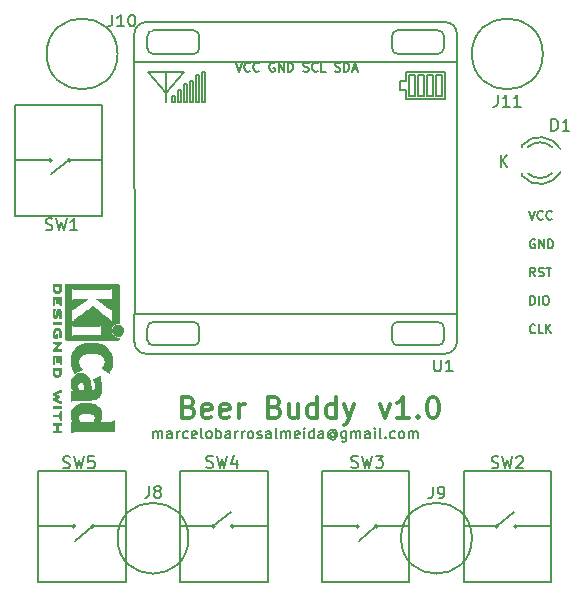
<source format=gto>
G04 #@! TF.FileFunction,Legend,Top*
%FSLAX46Y46*%
G04 Gerber Fmt 4.6, Leading zero omitted, Abs format (unit mm)*
G04 Created by KiCad (PCBNEW 4.0.2+dfsg1-stable) date Seg 16 Out 2017 09:01:32 BRST*
%MOMM*%
G01*
G04 APERTURE LIST*
%ADD10C,0.100000*%
%ADD11C,0.304800*%
%ADD12C,0.152400*%
%ADD13C,0.150000*%
%ADD14C,0.010000*%
%ADD15C,0.127000*%
G04 APERTURE END LIST*
D10*
D11*
X62254000Y-63619000D02*
X62677333Y-64804333D01*
X63100667Y-63619000D01*
X64709334Y-64804333D02*
X63693334Y-64804333D01*
X64201334Y-64804333D02*
X64201334Y-63026333D01*
X64032000Y-63280333D01*
X63862667Y-63449667D01*
X63693334Y-63534333D01*
X65471333Y-64635000D02*
X65556000Y-64719667D01*
X65471333Y-64804333D01*
X65386667Y-64719667D01*
X65471333Y-64635000D01*
X65471333Y-64804333D01*
X66656667Y-63026333D02*
X66826000Y-63026333D01*
X66995334Y-63111000D01*
X67080000Y-63195667D01*
X67164667Y-63365000D01*
X67249334Y-63703667D01*
X67249334Y-64127000D01*
X67164667Y-64465667D01*
X67080000Y-64635000D01*
X66995334Y-64719667D01*
X66826000Y-64804333D01*
X66656667Y-64804333D01*
X66487334Y-64719667D01*
X66402667Y-64635000D01*
X66318000Y-64465667D01*
X66233334Y-64127000D01*
X66233334Y-63703667D01*
X66318000Y-63365000D01*
X66402667Y-63195667D01*
X66487334Y-63111000D01*
X66656667Y-63026333D01*
D12*
X43036667Y-66552167D02*
X43036667Y-65959500D01*
X43036667Y-66044167D02*
X43079000Y-66001833D01*
X43163667Y-65959500D01*
X43290667Y-65959500D01*
X43375333Y-66001833D01*
X43417667Y-66086500D01*
X43417667Y-66552167D01*
X43417667Y-66086500D02*
X43460000Y-66001833D01*
X43544667Y-65959500D01*
X43671667Y-65959500D01*
X43756333Y-66001833D01*
X43798667Y-66086500D01*
X43798667Y-66552167D01*
X44603000Y-66552167D02*
X44603000Y-66086500D01*
X44560666Y-66001833D01*
X44476000Y-65959500D01*
X44306666Y-65959500D01*
X44222000Y-66001833D01*
X44603000Y-66509833D02*
X44518333Y-66552167D01*
X44306666Y-66552167D01*
X44222000Y-66509833D01*
X44179666Y-66425167D01*
X44179666Y-66340500D01*
X44222000Y-66255833D01*
X44306666Y-66213500D01*
X44518333Y-66213500D01*
X44603000Y-66171167D01*
X45026333Y-66552167D02*
X45026333Y-65959500D01*
X45026333Y-66128833D02*
X45068666Y-66044167D01*
X45110999Y-66001833D01*
X45195666Y-65959500D01*
X45280333Y-65959500D01*
X45957666Y-66509833D02*
X45872999Y-66552167D01*
X45703666Y-66552167D01*
X45618999Y-66509833D01*
X45576666Y-66467500D01*
X45534332Y-66382833D01*
X45534332Y-66128833D01*
X45576666Y-66044167D01*
X45618999Y-66001833D01*
X45703666Y-65959500D01*
X45872999Y-65959500D01*
X45957666Y-66001833D01*
X46677332Y-66509833D02*
X46592666Y-66552167D01*
X46423332Y-66552167D01*
X46338666Y-66509833D01*
X46296332Y-66425167D01*
X46296332Y-66086500D01*
X46338666Y-66001833D01*
X46423332Y-65959500D01*
X46592666Y-65959500D01*
X46677332Y-66001833D01*
X46719666Y-66086500D01*
X46719666Y-66171167D01*
X46296332Y-66255833D01*
X47227666Y-66552167D02*
X47142999Y-66509833D01*
X47100666Y-66425167D01*
X47100666Y-65663167D01*
X47693333Y-66552167D02*
X47608666Y-66509833D01*
X47566333Y-66467500D01*
X47523999Y-66382833D01*
X47523999Y-66128833D01*
X47566333Y-66044167D01*
X47608666Y-66001833D01*
X47693333Y-65959500D01*
X47820333Y-65959500D01*
X47904999Y-66001833D01*
X47947333Y-66044167D01*
X47989666Y-66128833D01*
X47989666Y-66382833D01*
X47947333Y-66467500D01*
X47904999Y-66509833D01*
X47820333Y-66552167D01*
X47693333Y-66552167D01*
X48370666Y-66552167D02*
X48370666Y-65663167D01*
X48370666Y-66001833D02*
X48455332Y-65959500D01*
X48624666Y-65959500D01*
X48709332Y-66001833D01*
X48751666Y-66044167D01*
X48793999Y-66128833D01*
X48793999Y-66382833D01*
X48751666Y-66467500D01*
X48709332Y-66509833D01*
X48624666Y-66552167D01*
X48455332Y-66552167D01*
X48370666Y-66509833D01*
X49555999Y-66552167D02*
X49555999Y-66086500D01*
X49513665Y-66001833D01*
X49428999Y-65959500D01*
X49259665Y-65959500D01*
X49174999Y-66001833D01*
X49555999Y-66509833D02*
X49471332Y-66552167D01*
X49259665Y-66552167D01*
X49174999Y-66509833D01*
X49132665Y-66425167D01*
X49132665Y-66340500D01*
X49174999Y-66255833D01*
X49259665Y-66213500D01*
X49471332Y-66213500D01*
X49555999Y-66171167D01*
X49979332Y-66552167D02*
X49979332Y-65959500D01*
X49979332Y-66128833D02*
X50021665Y-66044167D01*
X50063998Y-66001833D01*
X50148665Y-65959500D01*
X50233332Y-65959500D01*
X50529665Y-66552167D02*
X50529665Y-65959500D01*
X50529665Y-66128833D02*
X50571998Y-66044167D01*
X50614331Y-66001833D01*
X50698998Y-65959500D01*
X50783665Y-65959500D01*
X51206998Y-66552167D02*
X51122331Y-66509833D01*
X51079998Y-66467500D01*
X51037664Y-66382833D01*
X51037664Y-66128833D01*
X51079998Y-66044167D01*
X51122331Y-66001833D01*
X51206998Y-65959500D01*
X51333998Y-65959500D01*
X51418664Y-66001833D01*
X51460998Y-66044167D01*
X51503331Y-66128833D01*
X51503331Y-66382833D01*
X51460998Y-66467500D01*
X51418664Y-66509833D01*
X51333998Y-66552167D01*
X51206998Y-66552167D01*
X51841997Y-66509833D02*
X51926664Y-66552167D01*
X52095997Y-66552167D01*
X52180664Y-66509833D01*
X52222997Y-66425167D01*
X52222997Y-66382833D01*
X52180664Y-66298167D01*
X52095997Y-66255833D01*
X51968997Y-66255833D01*
X51884331Y-66213500D01*
X51841997Y-66128833D01*
X51841997Y-66086500D01*
X51884331Y-66001833D01*
X51968997Y-65959500D01*
X52095997Y-65959500D01*
X52180664Y-66001833D01*
X52984998Y-66552167D02*
X52984998Y-66086500D01*
X52942664Y-66001833D01*
X52857998Y-65959500D01*
X52688664Y-65959500D01*
X52603998Y-66001833D01*
X52984998Y-66509833D02*
X52900331Y-66552167D01*
X52688664Y-66552167D01*
X52603998Y-66509833D01*
X52561664Y-66425167D01*
X52561664Y-66340500D01*
X52603998Y-66255833D01*
X52688664Y-66213500D01*
X52900331Y-66213500D01*
X52984998Y-66171167D01*
X53535331Y-66552167D02*
X53450664Y-66509833D01*
X53408331Y-66425167D01*
X53408331Y-65663167D01*
X53873998Y-66552167D02*
X53873998Y-65959500D01*
X53873998Y-66044167D02*
X53916331Y-66001833D01*
X54000998Y-65959500D01*
X54127998Y-65959500D01*
X54212664Y-66001833D01*
X54254998Y-66086500D01*
X54254998Y-66552167D01*
X54254998Y-66086500D02*
X54297331Y-66001833D01*
X54381998Y-65959500D01*
X54508998Y-65959500D01*
X54593664Y-66001833D01*
X54635998Y-66086500D01*
X54635998Y-66552167D01*
X55397997Y-66509833D02*
X55313331Y-66552167D01*
X55143997Y-66552167D01*
X55059331Y-66509833D01*
X55016997Y-66425167D01*
X55016997Y-66086500D01*
X55059331Y-66001833D01*
X55143997Y-65959500D01*
X55313331Y-65959500D01*
X55397997Y-66001833D01*
X55440331Y-66086500D01*
X55440331Y-66171167D01*
X55016997Y-66255833D01*
X55821331Y-66552167D02*
X55821331Y-65959500D01*
X55821331Y-65663167D02*
X55778997Y-65705500D01*
X55821331Y-65747833D01*
X55863664Y-65705500D01*
X55821331Y-65663167D01*
X55821331Y-65747833D01*
X56625664Y-66552167D02*
X56625664Y-65663167D01*
X56625664Y-66509833D02*
X56540997Y-66552167D01*
X56371664Y-66552167D01*
X56286997Y-66509833D01*
X56244664Y-66467500D01*
X56202330Y-66382833D01*
X56202330Y-66128833D01*
X56244664Y-66044167D01*
X56286997Y-66001833D01*
X56371664Y-65959500D01*
X56540997Y-65959500D01*
X56625664Y-66001833D01*
X57429997Y-66552167D02*
X57429997Y-66086500D01*
X57387663Y-66001833D01*
X57302997Y-65959500D01*
X57133663Y-65959500D01*
X57048997Y-66001833D01*
X57429997Y-66509833D02*
X57345330Y-66552167D01*
X57133663Y-66552167D01*
X57048997Y-66509833D01*
X57006663Y-66425167D01*
X57006663Y-66340500D01*
X57048997Y-66255833D01*
X57133663Y-66213500D01*
X57345330Y-66213500D01*
X57429997Y-66171167D01*
X58403663Y-66128833D02*
X58361330Y-66086500D01*
X58276663Y-66044167D01*
X58191996Y-66044167D01*
X58107330Y-66086500D01*
X58064996Y-66128833D01*
X58022663Y-66213500D01*
X58022663Y-66298167D01*
X58064996Y-66382833D01*
X58107330Y-66425167D01*
X58191996Y-66467500D01*
X58276663Y-66467500D01*
X58361330Y-66425167D01*
X58403663Y-66382833D01*
X58403663Y-66044167D02*
X58403663Y-66382833D01*
X58445996Y-66425167D01*
X58488330Y-66425167D01*
X58572996Y-66382833D01*
X58615330Y-66298167D01*
X58615330Y-66086500D01*
X58530663Y-65959500D01*
X58403663Y-65874833D01*
X58234330Y-65832500D01*
X58064996Y-65874833D01*
X57937996Y-65959500D01*
X57853330Y-66086500D01*
X57810996Y-66255833D01*
X57853330Y-66425167D01*
X57937996Y-66552167D01*
X58064996Y-66636833D01*
X58234330Y-66679167D01*
X58403663Y-66636833D01*
X58530663Y-66552167D01*
X59377330Y-65959500D02*
X59377330Y-66679167D01*
X59334996Y-66763833D01*
X59292663Y-66806167D01*
X59207996Y-66848500D01*
X59080996Y-66848500D01*
X58996330Y-66806167D01*
X59377330Y-66509833D02*
X59292663Y-66552167D01*
X59123330Y-66552167D01*
X59038663Y-66509833D01*
X58996330Y-66467500D01*
X58953996Y-66382833D01*
X58953996Y-66128833D01*
X58996330Y-66044167D01*
X59038663Y-66001833D01*
X59123330Y-65959500D01*
X59292663Y-65959500D01*
X59377330Y-66001833D01*
X59800663Y-66552167D02*
X59800663Y-65959500D01*
X59800663Y-66044167D02*
X59842996Y-66001833D01*
X59927663Y-65959500D01*
X60054663Y-65959500D01*
X60139329Y-66001833D01*
X60181663Y-66086500D01*
X60181663Y-66552167D01*
X60181663Y-66086500D02*
X60223996Y-66001833D01*
X60308663Y-65959500D01*
X60435663Y-65959500D01*
X60520329Y-66001833D01*
X60562663Y-66086500D01*
X60562663Y-66552167D01*
X61366996Y-66552167D02*
X61366996Y-66086500D01*
X61324662Y-66001833D01*
X61239996Y-65959500D01*
X61070662Y-65959500D01*
X60985996Y-66001833D01*
X61366996Y-66509833D02*
X61282329Y-66552167D01*
X61070662Y-66552167D01*
X60985996Y-66509833D01*
X60943662Y-66425167D01*
X60943662Y-66340500D01*
X60985996Y-66255833D01*
X61070662Y-66213500D01*
X61282329Y-66213500D01*
X61366996Y-66171167D01*
X61790329Y-66552167D02*
X61790329Y-65959500D01*
X61790329Y-65663167D02*
X61747995Y-65705500D01*
X61790329Y-65747833D01*
X61832662Y-65705500D01*
X61790329Y-65663167D01*
X61790329Y-65747833D01*
X62340662Y-66552167D02*
X62255995Y-66509833D01*
X62213662Y-66425167D01*
X62213662Y-65663167D01*
X62679329Y-66467500D02*
X62721662Y-66509833D01*
X62679329Y-66552167D01*
X62636995Y-66509833D01*
X62679329Y-66467500D01*
X62679329Y-66552167D01*
X63483662Y-66509833D02*
X63398995Y-66552167D01*
X63229662Y-66552167D01*
X63144995Y-66509833D01*
X63102662Y-66467500D01*
X63060328Y-66382833D01*
X63060328Y-66128833D01*
X63102662Y-66044167D01*
X63144995Y-66001833D01*
X63229662Y-65959500D01*
X63398995Y-65959500D01*
X63483662Y-66001833D01*
X63991662Y-66552167D02*
X63906995Y-66509833D01*
X63864662Y-66467500D01*
X63822328Y-66382833D01*
X63822328Y-66128833D01*
X63864662Y-66044167D01*
X63906995Y-66001833D01*
X63991662Y-65959500D01*
X64118662Y-65959500D01*
X64203328Y-66001833D01*
X64245662Y-66044167D01*
X64287995Y-66128833D01*
X64287995Y-66382833D01*
X64245662Y-66467500D01*
X64203328Y-66509833D01*
X64118662Y-66552167D01*
X63991662Y-66552167D01*
X64668995Y-66552167D02*
X64668995Y-65959500D01*
X64668995Y-66044167D02*
X64711328Y-66001833D01*
X64795995Y-65959500D01*
X64922995Y-65959500D01*
X65007661Y-66001833D01*
X65049995Y-66086500D01*
X65049995Y-66552167D01*
X65049995Y-66086500D02*
X65092328Y-66001833D01*
X65176995Y-65959500D01*
X65303995Y-65959500D01*
X65388661Y-66001833D01*
X65430995Y-66086500D01*
X65430995Y-66552167D01*
D11*
X46016000Y-63873000D02*
X46270000Y-63957667D01*
X46354667Y-64042333D01*
X46439333Y-64211667D01*
X46439333Y-64465667D01*
X46354667Y-64635000D01*
X46270000Y-64719667D01*
X46100667Y-64804333D01*
X45423333Y-64804333D01*
X45423333Y-63026333D01*
X46016000Y-63026333D01*
X46185333Y-63111000D01*
X46270000Y-63195667D01*
X46354667Y-63365000D01*
X46354667Y-63534333D01*
X46270000Y-63703667D01*
X46185333Y-63788333D01*
X46016000Y-63873000D01*
X45423333Y-63873000D01*
X47878667Y-64719667D02*
X47709333Y-64804333D01*
X47370667Y-64804333D01*
X47201333Y-64719667D01*
X47116667Y-64550333D01*
X47116667Y-63873000D01*
X47201333Y-63703667D01*
X47370667Y-63619000D01*
X47709333Y-63619000D01*
X47878667Y-63703667D01*
X47963333Y-63873000D01*
X47963333Y-64042333D01*
X47116667Y-64211667D01*
X49402667Y-64719667D02*
X49233333Y-64804333D01*
X48894667Y-64804333D01*
X48725333Y-64719667D01*
X48640667Y-64550333D01*
X48640667Y-63873000D01*
X48725333Y-63703667D01*
X48894667Y-63619000D01*
X49233333Y-63619000D01*
X49402667Y-63703667D01*
X49487333Y-63873000D01*
X49487333Y-64042333D01*
X48640667Y-64211667D01*
X50249333Y-64804333D02*
X50249333Y-63619000D01*
X50249333Y-63957667D02*
X50334000Y-63788333D01*
X50418667Y-63703667D01*
X50588000Y-63619000D01*
X50757333Y-63619000D01*
X53297334Y-63873000D02*
X53551334Y-63957667D01*
X53636001Y-64042333D01*
X53720667Y-64211667D01*
X53720667Y-64465667D01*
X53636001Y-64635000D01*
X53551334Y-64719667D01*
X53382001Y-64804333D01*
X52704667Y-64804333D01*
X52704667Y-63026333D01*
X53297334Y-63026333D01*
X53466667Y-63111000D01*
X53551334Y-63195667D01*
X53636001Y-63365000D01*
X53636001Y-63534333D01*
X53551334Y-63703667D01*
X53466667Y-63788333D01*
X53297334Y-63873000D01*
X52704667Y-63873000D01*
X55244667Y-63619000D02*
X55244667Y-64804333D01*
X54482667Y-63619000D02*
X54482667Y-64550333D01*
X54567334Y-64719667D01*
X54736667Y-64804333D01*
X54990667Y-64804333D01*
X55160001Y-64719667D01*
X55244667Y-64635000D01*
X56853334Y-64804333D02*
X56853334Y-63026333D01*
X56853334Y-64719667D02*
X56684001Y-64804333D01*
X56345334Y-64804333D01*
X56176001Y-64719667D01*
X56091334Y-64635000D01*
X56006668Y-64465667D01*
X56006668Y-63957667D01*
X56091334Y-63788333D01*
X56176001Y-63703667D01*
X56345334Y-63619000D01*
X56684001Y-63619000D01*
X56853334Y-63703667D01*
X58462001Y-64804333D02*
X58462001Y-63026333D01*
X58462001Y-64719667D02*
X58292668Y-64804333D01*
X57954001Y-64804333D01*
X57784668Y-64719667D01*
X57700001Y-64635000D01*
X57615335Y-64465667D01*
X57615335Y-63957667D01*
X57700001Y-63788333D01*
X57784668Y-63703667D01*
X57954001Y-63619000D01*
X58292668Y-63619000D01*
X58462001Y-63703667D01*
X59139335Y-63619000D02*
X59562668Y-64804333D01*
X59986002Y-63619000D02*
X59562668Y-64804333D01*
X59393335Y-65227667D01*
X59308668Y-65312333D01*
X59139335Y-65397000D01*
D13*
X74821429Y-47289286D02*
X75071429Y-48039286D01*
X75321429Y-47289286D01*
X76000000Y-47967857D02*
X75964286Y-48003571D01*
X75857143Y-48039286D01*
X75785714Y-48039286D01*
X75678571Y-48003571D01*
X75607143Y-47932143D01*
X75571428Y-47860714D01*
X75535714Y-47717857D01*
X75535714Y-47610714D01*
X75571428Y-47467857D01*
X75607143Y-47396429D01*
X75678571Y-47325000D01*
X75785714Y-47289286D01*
X75857143Y-47289286D01*
X75964286Y-47325000D01*
X76000000Y-47360714D01*
X76750000Y-47967857D02*
X76714286Y-48003571D01*
X76607143Y-48039286D01*
X76535714Y-48039286D01*
X76428571Y-48003571D01*
X76357143Y-47932143D01*
X76321428Y-47860714D01*
X76285714Y-47717857D01*
X76285714Y-47610714D01*
X76321428Y-47467857D01*
X76357143Y-47396429D01*
X76428571Y-47325000D01*
X76535714Y-47289286D01*
X76607143Y-47289286D01*
X76714286Y-47325000D01*
X76750000Y-47360714D01*
X75321429Y-49725000D02*
X75250000Y-49689286D01*
X75142857Y-49689286D01*
X75035714Y-49725000D01*
X74964286Y-49796429D01*
X74928571Y-49867857D01*
X74892857Y-50010714D01*
X74892857Y-50117857D01*
X74928571Y-50260714D01*
X74964286Y-50332143D01*
X75035714Y-50403571D01*
X75142857Y-50439286D01*
X75214286Y-50439286D01*
X75321429Y-50403571D01*
X75357143Y-50367857D01*
X75357143Y-50117857D01*
X75214286Y-50117857D01*
X75678571Y-50439286D02*
X75678571Y-49689286D01*
X76107143Y-50439286D01*
X76107143Y-49689286D01*
X76464285Y-50439286D02*
X76464285Y-49689286D01*
X76642857Y-49689286D01*
X76750000Y-49725000D01*
X76821428Y-49796429D01*
X76857143Y-49867857D01*
X76892857Y-50010714D01*
X76892857Y-50117857D01*
X76857143Y-50260714D01*
X76821428Y-50332143D01*
X76750000Y-50403571D01*
X76642857Y-50439286D01*
X76464285Y-50439286D01*
X75357143Y-52839286D02*
X75107143Y-52482143D01*
X74928571Y-52839286D02*
X74928571Y-52089286D01*
X75214286Y-52089286D01*
X75285714Y-52125000D01*
X75321429Y-52160714D01*
X75357143Y-52232143D01*
X75357143Y-52339286D01*
X75321429Y-52410714D01*
X75285714Y-52446429D01*
X75214286Y-52482143D01*
X74928571Y-52482143D01*
X75642857Y-52803571D02*
X75750000Y-52839286D01*
X75928571Y-52839286D01*
X76000000Y-52803571D01*
X76035714Y-52767857D01*
X76071429Y-52696429D01*
X76071429Y-52625000D01*
X76035714Y-52553571D01*
X76000000Y-52517857D01*
X75928571Y-52482143D01*
X75785714Y-52446429D01*
X75714286Y-52410714D01*
X75678571Y-52375000D01*
X75642857Y-52303571D01*
X75642857Y-52232143D01*
X75678571Y-52160714D01*
X75714286Y-52125000D01*
X75785714Y-52089286D01*
X75964286Y-52089286D01*
X76071429Y-52125000D01*
X76285715Y-52089286D02*
X76714286Y-52089286D01*
X76500000Y-52839286D02*
X76500000Y-52089286D01*
X74928571Y-55239286D02*
X74928571Y-54489286D01*
X75107143Y-54489286D01*
X75214286Y-54525000D01*
X75285714Y-54596429D01*
X75321429Y-54667857D01*
X75357143Y-54810714D01*
X75357143Y-54917857D01*
X75321429Y-55060714D01*
X75285714Y-55132143D01*
X75214286Y-55203571D01*
X75107143Y-55239286D01*
X74928571Y-55239286D01*
X75678571Y-55239286D02*
X75678571Y-54489286D01*
X76178572Y-54489286D02*
X76321429Y-54489286D01*
X76392857Y-54525000D01*
X76464286Y-54596429D01*
X76500000Y-54739286D01*
X76500000Y-54989286D01*
X76464286Y-55132143D01*
X76392857Y-55203571D01*
X76321429Y-55239286D01*
X76178572Y-55239286D01*
X76107143Y-55203571D01*
X76035714Y-55132143D01*
X76000000Y-54989286D01*
X76000000Y-54739286D01*
X76035714Y-54596429D01*
X76107143Y-54525000D01*
X76178572Y-54489286D01*
X75357143Y-57567857D02*
X75321429Y-57603571D01*
X75214286Y-57639286D01*
X75142857Y-57639286D01*
X75035714Y-57603571D01*
X74964286Y-57532143D01*
X74928571Y-57460714D01*
X74892857Y-57317857D01*
X74892857Y-57210714D01*
X74928571Y-57067857D01*
X74964286Y-56996429D01*
X75035714Y-56925000D01*
X75142857Y-56889286D01*
X75214286Y-56889286D01*
X75321429Y-56925000D01*
X75357143Y-56960714D01*
X76035714Y-57639286D02*
X75678571Y-57639286D01*
X75678571Y-56889286D01*
X76285714Y-57639286D02*
X76285714Y-56889286D01*
X76714286Y-57639286D02*
X76392857Y-57210714D01*
X76714286Y-56889286D02*
X76285714Y-57317857D01*
X34441421Y-43000000D02*
G75*
G03X34441421Y-43000000I-141421J0D01*
G01*
X36041421Y-43000000D02*
G75*
G03X36041421Y-43000000I-141421J0D01*
G01*
X38700000Y-43000000D02*
X35900000Y-43000000D01*
X35900000Y-43000000D02*
X34400000Y-44200000D01*
X31300000Y-43000000D02*
X34300000Y-43000000D01*
X38700000Y-47700000D02*
X31300000Y-47700000D01*
X31300000Y-47700000D02*
X31300000Y-38400000D01*
X38700000Y-47700000D02*
X38700000Y-38400000D01*
X38700000Y-38300000D02*
X31300000Y-38300000D01*
X47380000Y-38080000D02*
X47126000Y-38080000D01*
X47380000Y-35540000D02*
X47380000Y-38080000D01*
X47126000Y-35540000D02*
X47380000Y-35540000D01*
X47126000Y-38080000D02*
X47126000Y-35540000D01*
X46872000Y-38080000D02*
X46618000Y-38080000D01*
X46872000Y-35794000D02*
X46872000Y-38080000D01*
X46618000Y-35794000D02*
X46872000Y-35794000D01*
X46618000Y-38080000D02*
X46618000Y-35794000D01*
X46364000Y-38080000D02*
X46110000Y-38080000D01*
X46364000Y-36302000D02*
X46364000Y-38080000D01*
X46110000Y-36302000D02*
X46364000Y-36302000D01*
X46110000Y-38080000D02*
X46110000Y-36302000D01*
X45856000Y-38080000D02*
X45602000Y-38080000D01*
X45856000Y-36556000D02*
X45856000Y-38080000D01*
X45602000Y-36556000D02*
X45856000Y-36556000D01*
X45602000Y-38080000D02*
X45602000Y-36556000D01*
X45348000Y-38080000D02*
X45094000Y-38080000D01*
X45348000Y-37064000D02*
X45348000Y-38080000D01*
X45094000Y-37064000D02*
X45348000Y-37064000D01*
X45094000Y-38080000D02*
X45094000Y-37064000D01*
X44840000Y-38080000D02*
X44586000Y-38080000D01*
X44840000Y-37572000D02*
X44840000Y-38080000D01*
X44586000Y-37572000D02*
X44840000Y-37572000D01*
X44586000Y-38080000D02*
X44586000Y-37572000D01*
X44078000Y-35540000D02*
X44078000Y-38080000D01*
X44078000Y-37318000D02*
X42554000Y-35540000D01*
X45602000Y-35540000D02*
X44078000Y-37318000D01*
X42554000Y-35540000D02*
X45602000Y-35540000D01*
X65160000Y-37572000D02*
X65160000Y-35794000D01*
X64652000Y-37572000D02*
X65160000Y-37572000D01*
X64652000Y-35794000D02*
X64652000Y-37572000D01*
X65160000Y-35794000D02*
X64652000Y-35794000D01*
X65414000Y-35794000D02*
X65922000Y-35794000D01*
X65414000Y-37572000D02*
X65414000Y-35794000D01*
X65922000Y-37572000D02*
X65414000Y-37572000D01*
X65922000Y-35794000D02*
X65922000Y-37572000D01*
X66176000Y-35794000D02*
X66684000Y-35794000D01*
X66176000Y-37572000D02*
X66176000Y-35794000D01*
X66684000Y-37572000D02*
X66176000Y-37572000D01*
X66684000Y-35794000D02*
X66684000Y-37572000D01*
X66938000Y-35794000D02*
X67446000Y-35794000D01*
X66938000Y-37572000D02*
X66938000Y-35794000D01*
X67446000Y-37572000D02*
X66938000Y-37572000D01*
X67446000Y-35794000D02*
X67446000Y-37572000D01*
X64398000Y-35540000D02*
X67700000Y-35540000D01*
X64398000Y-36302000D02*
X64398000Y-35540000D01*
X63890000Y-36302000D02*
X64398000Y-36302000D01*
X63890000Y-37064000D02*
X63890000Y-36302000D01*
X64398000Y-37064000D02*
X63890000Y-37064000D01*
X64398000Y-37826000D02*
X64398000Y-37064000D01*
X67700000Y-37826000D02*
X64398000Y-37826000D01*
X67700000Y-35540000D02*
X67700000Y-37826000D01*
X43028000Y-32000000D02*
G75*
G03X42528000Y-32500000I0J-500000D01*
G01*
X43028000Y-34000000D02*
X44728000Y-34000000D01*
X42528000Y-32500000D02*
X42528000Y-33500000D01*
X44728000Y-32000000D02*
X43028000Y-32000000D01*
X42428000Y-31300000D02*
G75*
G03X41428000Y-32300000I0J-1000000D01*
G01*
X41428000Y-34700000D02*
X41428000Y-32300000D01*
X42428000Y-31300000D02*
X67728000Y-31300000D01*
X41428000Y-34700000D02*
X68728000Y-34700000D01*
X68728000Y-34700000D02*
X68728700Y-55999700D01*
X41428000Y-34700000D02*
X41436400Y-55987000D01*
X41428000Y-55986000D02*
X68728000Y-55986000D01*
X68728000Y-34700000D02*
X68728000Y-32300000D01*
X68728000Y-32300000D02*
G75*
G03X67728000Y-31300000I-1000000J0D01*
G01*
X67728000Y-59386000D02*
X42428000Y-59386000D01*
X41428000Y-58386000D02*
G75*
G03X42428000Y-59386000I1000000J0D01*
G01*
X41428000Y-55986000D02*
X41428000Y-58386000D01*
X68728000Y-55986000D02*
X68728000Y-58386000D01*
X67728000Y-59386000D02*
G75*
G03X68728000Y-58386000I0J1000000D01*
G01*
X44728000Y-34000000D02*
X46428000Y-34000000D01*
X46428000Y-32000000D02*
X44728000Y-32000000D01*
X42528000Y-33500000D02*
G75*
G03X43028000Y-34000000I500000J0D01*
G01*
X46428000Y-34000000D02*
G75*
G03X46928000Y-33500000I0J500000D01*
G01*
X46928000Y-33500000D02*
X46928000Y-32500000D01*
X46928000Y-32500000D02*
G75*
G03X46428000Y-32000000I-500000J0D01*
G01*
X65428000Y-32000000D02*
X63728000Y-32000000D01*
X63728000Y-32000000D02*
G75*
G03X63228000Y-32500000I0J-500000D01*
G01*
X63728000Y-34000000D02*
X65428000Y-34000000D01*
X63228000Y-33500000D02*
G75*
G03X63728000Y-34000000I500000J0D01*
G01*
X63228000Y-32500000D02*
X63228000Y-33500000D01*
X67628000Y-33500000D02*
X67628000Y-32500000D01*
X67628000Y-32500000D02*
G75*
G03X67128000Y-32000000I-500000J0D01*
G01*
X67128000Y-34000000D02*
G75*
G03X67628000Y-33500000I0J500000D01*
G01*
X67128000Y-32000000D02*
X65428000Y-32000000D01*
X65428000Y-34000000D02*
X67128000Y-34000000D01*
X44728000Y-58686000D02*
X46428000Y-58686000D01*
X43028000Y-58686000D02*
X44728000Y-58686000D01*
X46428000Y-58686000D02*
G75*
G03X46928000Y-58186000I0J500000D01*
G01*
X42528000Y-57186000D02*
X42528000Y-58186000D01*
X42528000Y-58186000D02*
G75*
G03X43028000Y-58686000I500000J0D01*
G01*
X44728000Y-56686000D02*
X43028000Y-56686000D01*
X43028000Y-56686000D02*
G75*
G03X42528000Y-57186000I0J-500000D01*
G01*
X46428000Y-56686000D02*
X44728000Y-56686000D01*
X46928000Y-58186000D02*
X46928000Y-57186000D01*
X46928000Y-57186000D02*
G75*
G03X46428000Y-56686000I-500000J0D01*
G01*
X65428000Y-58686000D02*
X67128000Y-58686000D01*
X63728000Y-58686000D02*
X65428000Y-58686000D01*
X67128000Y-58686000D02*
G75*
G03X67628000Y-58186000I0J500000D01*
G01*
X63228000Y-57186000D02*
X63228000Y-58186000D01*
X63228000Y-58186000D02*
G75*
G03X63728000Y-58686000I500000J0D01*
G01*
X65428000Y-56686000D02*
X63728000Y-56686000D01*
X63728000Y-56686000D02*
G75*
G03X63228000Y-57186000I0J-500000D01*
G01*
X67128000Y-56686000D02*
X65428000Y-56686000D01*
X67628000Y-58186000D02*
X67628000Y-57186000D01*
X67628000Y-57186000D02*
G75*
G03X67128000Y-56686000I-500000J0D01*
G01*
X74261000Y-44314000D02*
X74261000Y-44114000D01*
X74261000Y-41720000D02*
X74261000Y-41900000D01*
X77488744Y-42030357D02*
G75*
G03X74261000Y-41714000I-1727744J-1003643D01*
G01*
X76813006Y-41900932D02*
G75*
G03X74710000Y-41900000I-1052006J-1133068D01*
G01*
X74273780Y-44340726D02*
G75*
G03X77511000Y-43994000I1497220J1306726D01*
G01*
X74747111Y-44113253D02*
G75*
G03X76795000Y-44094000I1013889J1079253D01*
G01*
X46000000Y-75000000D02*
G75*
G03X46000000Y-75000000I-3000000J0D01*
G01*
X70000000Y-75000000D02*
G75*
G03X70000000Y-75000000I-3000000J0D01*
G01*
X40000000Y-34000000D02*
G75*
G03X40000000Y-34000000I-3000000J0D01*
G01*
X76000000Y-34000000D02*
G75*
G03X76000000Y-34000000I-3000000J0D01*
G01*
X36441421Y-74000000D02*
G75*
G03X36441421Y-74000000I-141421J0D01*
G01*
X38041421Y-74000000D02*
G75*
G03X38041421Y-74000000I-141421J0D01*
G01*
X40700000Y-74000000D02*
X37900000Y-74000000D01*
X37900000Y-74000000D02*
X36400000Y-75200000D01*
X33300000Y-74000000D02*
X36300000Y-74000000D01*
X40700000Y-78700000D02*
X33300000Y-78700000D01*
X33300000Y-78700000D02*
X33300000Y-69400000D01*
X40700000Y-78700000D02*
X40700000Y-69400000D01*
X40700000Y-69300000D02*
X33300000Y-69300000D01*
X49841421Y-74000000D02*
G75*
G03X49841421Y-74000000I-141421J0D01*
G01*
X48241421Y-74000000D02*
G75*
G03X48241421Y-74000000I-141421J0D01*
G01*
X45300000Y-74000000D02*
X48100000Y-74000000D01*
X48100000Y-74000000D02*
X49600000Y-72800000D01*
X52700000Y-74000000D02*
X49700000Y-74000000D01*
X45300000Y-69300000D02*
X52700000Y-69300000D01*
X52700000Y-69300000D02*
X52700000Y-78600000D01*
X45300000Y-69300000D02*
X45300000Y-78600000D01*
X45300000Y-78700000D02*
X52700000Y-78700000D01*
X60441421Y-74000000D02*
G75*
G03X60441421Y-74000000I-141421J0D01*
G01*
X62041421Y-74000000D02*
G75*
G03X62041421Y-74000000I-141421J0D01*
G01*
X64700000Y-74000000D02*
X61900000Y-74000000D01*
X61900000Y-74000000D02*
X60400000Y-75200000D01*
X57300000Y-74000000D02*
X60300000Y-74000000D01*
X64700000Y-78700000D02*
X57300000Y-78700000D01*
X57300000Y-78700000D02*
X57300000Y-69400000D01*
X64700000Y-78700000D02*
X64700000Y-69400000D01*
X64700000Y-69300000D02*
X57300000Y-69300000D01*
X73841421Y-74000000D02*
G75*
G03X73841421Y-74000000I-141421J0D01*
G01*
X72241421Y-74000000D02*
G75*
G03X72241421Y-74000000I-141421J0D01*
G01*
X69300000Y-74000000D02*
X72100000Y-74000000D01*
X72100000Y-74000000D02*
X73600000Y-72800000D01*
X76700000Y-74000000D02*
X73700000Y-74000000D01*
X69300000Y-69300000D02*
X76700000Y-69300000D01*
X76700000Y-69300000D02*
X76700000Y-78600000D01*
X69300000Y-69300000D02*
X69300000Y-78600000D01*
X69300000Y-78700000D02*
X76700000Y-78700000D01*
D14*
G36*
X35230934Y-53628629D02*
X35230533Y-53668111D01*
X35227741Y-53783800D01*
X35219450Y-53880689D01*
X35204768Y-53962081D01*
X35182807Y-54031277D01*
X35152678Y-54091580D01*
X35113490Y-54146292D01*
X35096468Y-54165833D01*
X35056637Y-54198250D01*
X35002587Y-54227480D01*
X34942677Y-54250009D01*
X34885261Y-54262321D01*
X34864044Y-54263600D01*
X34805231Y-54255583D01*
X34740987Y-54234101D01*
X34680179Y-54203001D01*
X34631670Y-54166134D01*
X34625818Y-54160146D01*
X34584679Y-54109421D01*
X34552565Y-54053875D01*
X34528635Y-53990304D01*
X34512047Y-53915506D01*
X34501959Y-53826278D01*
X34497531Y-53719418D01*
X34497155Y-53670472D01*
X34497455Y-53608238D01*
X34498708Y-53564472D01*
X34501446Y-53535069D01*
X34506199Y-53515921D01*
X34513499Y-53502923D01*
X34519733Y-53495955D01*
X34527306Y-53489374D01*
X34537076Y-53484212D01*
X34551660Y-53480297D01*
X34573674Y-53477457D01*
X34605736Y-53475520D01*
X34650464Y-53474316D01*
X34710474Y-53473672D01*
X34788383Y-53473417D01*
X34864044Y-53473378D01*
X34964959Y-53473130D01*
X35045573Y-53473183D01*
X35084178Y-53474143D01*
X35084178Y-53620133D01*
X34643911Y-53620133D01*
X34643996Y-53713266D01*
X34645604Y-53769307D01*
X34649744Y-53828001D01*
X34655536Y-53876972D01*
X34655774Y-53878462D01*
X34674910Y-53957608D01*
X34704713Y-54018998D01*
X34747122Y-54065695D01*
X34793039Y-54095365D01*
X34843974Y-54113647D01*
X34891800Y-54112229D01*
X34943067Y-54091012D01*
X34996101Y-54049511D01*
X35035400Y-53992002D01*
X35061669Y-53917250D01*
X35070965Y-53867292D01*
X35077493Y-53810584D01*
X35082218Y-53750481D01*
X35084183Y-53699361D01*
X35084192Y-53696333D01*
X35084178Y-53620133D01*
X35084178Y-53474143D01*
X35108149Y-53474740D01*
X35154945Y-53479002D01*
X35188222Y-53487170D01*
X35210241Y-53500444D01*
X35223261Y-53520026D01*
X35229543Y-53547117D01*
X35231347Y-53582918D01*
X35230934Y-53628629D01*
X35230934Y-53628629D01*
G37*
X35230934Y-53628629D02*
X35230533Y-53668111D01*
X35227741Y-53783800D01*
X35219450Y-53880689D01*
X35204768Y-53962081D01*
X35182807Y-54031277D01*
X35152678Y-54091580D01*
X35113490Y-54146292D01*
X35096468Y-54165833D01*
X35056637Y-54198250D01*
X35002587Y-54227480D01*
X34942677Y-54250009D01*
X34885261Y-54262321D01*
X34864044Y-54263600D01*
X34805231Y-54255583D01*
X34740987Y-54234101D01*
X34680179Y-54203001D01*
X34631670Y-54166134D01*
X34625818Y-54160146D01*
X34584679Y-54109421D01*
X34552565Y-54053875D01*
X34528635Y-53990304D01*
X34512047Y-53915506D01*
X34501959Y-53826278D01*
X34497531Y-53719418D01*
X34497155Y-53670472D01*
X34497455Y-53608238D01*
X34498708Y-53564472D01*
X34501446Y-53535069D01*
X34506199Y-53515921D01*
X34513499Y-53502923D01*
X34519733Y-53495955D01*
X34527306Y-53489374D01*
X34537076Y-53484212D01*
X34551660Y-53480297D01*
X34573674Y-53477457D01*
X34605736Y-53475520D01*
X34650464Y-53474316D01*
X34710474Y-53473672D01*
X34788383Y-53473417D01*
X34864044Y-53473378D01*
X34964959Y-53473130D01*
X35045573Y-53473183D01*
X35084178Y-53474143D01*
X35084178Y-53620133D01*
X34643911Y-53620133D01*
X34643996Y-53713266D01*
X34645604Y-53769307D01*
X34649744Y-53828001D01*
X34655536Y-53876972D01*
X34655774Y-53878462D01*
X34674910Y-53957608D01*
X34704713Y-54018998D01*
X34747122Y-54065695D01*
X34793039Y-54095365D01*
X34843974Y-54113647D01*
X34891800Y-54112229D01*
X34943067Y-54091012D01*
X34996101Y-54049511D01*
X35035400Y-53992002D01*
X35061669Y-53917250D01*
X35070965Y-53867292D01*
X35077493Y-53810584D01*
X35082218Y-53750481D01*
X35084183Y-53699361D01*
X35084192Y-53696333D01*
X35084178Y-53620133D01*
X35084178Y-53474143D01*
X35108149Y-53474740D01*
X35154945Y-53479002D01*
X35188222Y-53487170D01*
X35210241Y-53500444D01*
X35223261Y-53520026D01*
X35229543Y-53547117D01*
X35231347Y-53582918D01*
X35230934Y-53628629D01*
G36*
X35230854Y-55037206D02*
X35230482Y-55106614D01*
X35229615Y-55159003D01*
X35228054Y-55197153D01*
X35225597Y-55223841D01*
X35222043Y-55241847D01*
X35217190Y-55253951D01*
X35210839Y-55262931D01*
X35207916Y-55266182D01*
X35176858Y-55285957D01*
X35141172Y-55289518D01*
X35109490Y-55276509D01*
X35103087Y-55270494D01*
X35096879Y-55260765D01*
X35092090Y-55245099D01*
X35088486Y-55220592D01*
X35085836Y-55184339D01*
X35083905Y-55133435D01*
X35082461Y-55064974D01*
X35081582Y-55002383D01*
X35078533Y-54754666D01*
X35013622Y-54751281D01*
X34948711Y-54747895D01*
X34948711Y-54916042D01*
X34948081Y-54989041D01*
X34945447Y-55042483D01*
X34939691Y-55079372D01*
X34929696Y-55102712D01*
X34914344Y-55115506D01*
X34892518Y-55120758D01*
X34872262Y-55121555D01*
X34847408Y-55119077D01*
X34829094Y-55109723D01*
X34816363Y-55090617D01*
X34808259Y-55058882D01*
X34803824Y-55011641D01*
X34802101Y-54946017D01*
X34801955Y-54910199D01*
X34801955Y-54749022D01*
X34643911Y-54749022D01*
X34643911Y-54997378D01*
X34643798Y-55078787D01*
X34643288Y-55140658D01*
X34642130Y-55186032D01*
X34640070Y-55217946D01*
X34636854Y-55239441D01*
X34632228Y-55253557D01*
X34625941Y-55263332D01*
X34621333Y-55268311D01*
X34594440Y-55285390D01*
X34570533Y-55290889D01*
X34541333Y-55283037D01*
X34519733Y-55268311D01*
X34512934Y-55260454D01*
X34507654Y-55250312D01*
X34503702Y-55235156D01*
X34500887Y-55212259D01*
X34499018Y-55178891D01*
X34497902Y-55132325D01*
X34497349Y-55069833D01*
X34497167Y-54988686D01*
X34497155Y-54946578D01*
X34497235Y-54856402D01*
X34497602Y-54786076D01*
X34498448Y-54732871D01*
X34499964Y-54694060D01*
X34502341Y-54666913D01*
X34505771Y-54648702D01*
X34510446Y-54636700D01*
X34516556Y-54628178D01*
X34519733Y-54624844D01*
X34527330Y-54618245D01*
X34537130Y-54613073D01*
X34551761Y-54609154D01*
X34573848Y-54606316D01*
X34606018Y-54604385D01*
X34650897Y-54603188D01*
X34711111Y-54602552D01*
X34789287Y-54602303D01*
X34862077Y-54602266D01*
X34955293Y-54602300D01*
X35028569Y-54602535D01*
X35084542Y-54603170D01*
X35125849Y-54604406D01*
X35155128Y-54606444D01*
X35175016Y-54609483D01*
X35188150Y-54613723D01*
X35197168Y-54619365D01*
X35204707Y-54626609D01*
X35206388Y-54628394D01*
X35213828Y-54637055D01*
X35219591Y-54647118D01*
X35223888Y-54661375D01*
X35226936Y-54682617D01*
X35228949Y-54713636D01*
X35230140Y-54757223D01*
X35230725Y-54816169D01*
X35230917Y-54893266D01*
X35230933Y-54947999D01*
X35230854Y-55037206D01*
X35230854Y-55037206D01*
G37*
X35230854Y-55037206D02*
X35230482Y-55106614D01*
X35229615Y-55159003D01*
X35228054Y-55197153D01*
X35225597Y-55223841D01*
X35222043Y-55241847D01*
X35217190Y-55253951D01*
X35210839Y-55262931D01*
X35207916Y-55266182D01*
X35176858Y-55285957D01*
X35141172Y-55289518D01*
X35109490Y-55276509D01*
X35103087Y-55270494D01*
X35096879Y-55260765D01*
X35092090Y-55245099D01*
X35088486Y-55220592D01*
X35085836Y-55184339D01*
X35083905Y-55133435D01*
X35082461Y-55064974D01*
X35081582Y-55002383D01*
X35078533Y-54754666D01*
X35013622Y-54751281D01*
X34948711Y-54747895D01*
X34948711Y-54916042D01*
X34948081Y-54989041D01*
X34945447Y-55042483D01*
X34939691Y-55079372D01*
X34929696Y-55102712D01*
X34914344Y-55115506D01*
X34892518Y-55120758D01*
X34872262Y-55121555D01*
X34847408Y-55119077D01*
X34829094Y-55109723D01*
X34816363Y-55090617D01*
X34808259Y-55058882D01*
X34803824Y-55011641D01*
X34802101Y-54946017D01*
X34801955Y-54910199D01*
X34801955Y-54749022D01*
X34643911Y-54749022D01*
X34643911Y-54997378D01*
X34643798Y-55078787D01*
X34643288Y-55140658D01*
X34642130Y-55186032D01*
X34640070Y-55217946D01*
X34636854Y-55239441D01*
X34632228Y-55253557D01*
X34625941Y-55263332D01*
X34621333Y-55268311D01*
X34594440Y-55285390D01*
X34570533Y-55290889D01*
X34541333Y-55283037D01*
X34519733Y-55268311D01*
X34512934Y-55260454D01*
X34507654Y-55250312D01*
X34503702Y-55235156D01*
X34500887Y-55212259D01*
X34499018Y-55178891D01*
X34497902Y-55132325D01*
X34497349Y-55069833D01*
X34497167Y-54988686D01*
X34497155Y-54946578D01*
X34497235Y-54856402D01*
X34497602Y-54786076D01*
X34498448Y-54732871D01*
X34499964Y-54694060D01*
X34502341Y-54666913D01*
X34505771Y-54648702D01*
X34510446Y-54636700D01*
X34516556Y-54628178D01*
X34519733Y-54624844D01*
X34527330Y-54618245D01*
X34537130Y-54613073D01*
X34551761Y-54609154D01*
X34573848Y-54606316D01*
X34606018Y-54604385D01*
X34650897Y-54603188D01*
X34711111Y-54602552D01*
X34789287Y-54602303D01*
X34862077Y-54602266D01*
X34955293Y-54602300D01*
X35028569Y-54602535D01*
X35084542Y-54603170D01*
X35125849Y-54604406D01*
X35155128Y-54606444D01*
X35175016Y-54609483D01*
X35188150Y-54613723D01*
X35197168Y-54619365D01*
X35204707Y-54626609D01*
X35206388Y-54628394D01*
X35213828Y-54637055D01*
X35219591Y-54647118D01*
X35223888Y-54661375D01*
X35226936Y-54682617D01*
X35228949Y-54713636D01*
X35230140Y-54757223D01*
X35230725Y-54816169D01*
X35230917Y-54893266D01*
X35230933Y-54947999D01*
X35230854Y-55037206D01*
G36*
X35229649Y-56058297D02*
X35224419Y-56133112D01*
X35216250Y-56202694D01*
X35205450Y-56262998D01*
X35192327Y-56309980D01*
X35177187Y-56339594D01*
X35172731Y-56344140D01*
X35138150Y-56359946D01*
X35102649Y-56355153D01*
X35072275Y-56330636D01*
X35071404Y-56329466D01*
X35062046Y-56315046D01*
X35057124Y-56299992D01*
X35056527Y-56278995D01*
X35060139Y-56246743D01*
X35067846Y-56197927D01*
X35068495Y-56194000D01*
X35077431Y-56121261D01*
X35081839Y-56042783D01*
X35081881Y-55964073D01*
X35077721Y-55890639D01*
X35069521Y-55827989D01*
X35057443Y-55781630D01*
X35056229Y-55778584D01*
X35037385Y-55744952D01*
X35018315Y-55733136D01*
X34999561Y-55742386D01*
X34981663Y-55771953D01*
X34965163Y-55821089D01*
X34950604Y-55889043D01*
X34943594Y-55934355D01*
X34930111Y-56028544D01*
X34917786Y-56103456D01*
X34905551Y-56162283D01*
X34892339Y-56208215D01*
X34877083Y-56244445D01*
X34858715Y-56274162D01*
X34836169Y-56300558D01*
X34814029Y-56321770D01*
X34783181Y-56346935D01*
X34756655Y-56359319D01*
X34723974Y-56363192D01*
X34712005Y-56363333D01*
X34672288Y-56360424D01*
X34642741Y-56348798D01*
X34616514Y-56328677D01*
X34576424Y-56287784D01*
X34545851Y-56242183D01*
X34523797Y-56188487D01*
X34509265Y-56123308D01*
X34501259Y-56043256D01*
X34498782Y-55944943D01*
X34498823Y-55928711D01*
X34500182Y-55863151D01*
X34503270Y-55798134D01*
X34507644Y-55740748D01*
X34512860Y-55698078D01*
X34513459Y-55694628D01*
X34523509Y-55652204D01*
X34536204Y-55616220D01*
X34547810Y-55595850D01*
X34578428Y-55576893D01*
X34614082Y-55575573D01*
X34645856Y-55591915D01*
X34649449Y-55595571D01*
X34660124Y-55610685D01*
X34664724Y-55629585D01*
X34663941Y-55658838D01*
X34659873Y-55694349D01*
X34656238Y-55734030D01*
X34653172Y-55789655D01*
X34650947Y-55854594D01*
X34649836Y-55922215D01*
X34649763Y-55940000D01*
X34650036Y-56007872D01*
X34651354Y-56057546D01*
X34654173Y-56093390D01*
X34658950Y-56119776D01*
X34666143Y-56141074D01*
X34672133Y-56153874D01*
X34688767Y-56182000D01*
X34703832Y-56199932D01*
X34708103Y-56202553D01*
X34725737Y-56197024D01*
X34742808Y-56170740D01*
X34758542Y-56125522D01*
X34772162Y-56063192D01*
X34775196Y-56044829D01*
X34790262Y-55948910D01*
X34802854Y-55872359D01*
X34813889Y-55812220D01*
X34824280Y-55765540D01*
X34834944Y-55729363D01*
X34846795Y-55700735D01*
X34860749Y-55676702D01*
X34877719Y-55654308D01*
X34898622Y-55630598D01*
X34905951Y-55622620D01*
X34933301Y-55594647D01*
X34954971Y-55579840D01*
X34979768Y-55574048D01*
X35011017Y-55573111D01*
X35072295Y-55583425D01*
X35124360Y-55614248D01*
X35167042Y-55665405D01*
X35200175Y-55736717D01*
X35215036Y-55787600D01*
X35224634Y-55842900D01*
X35230064Y-55909147D01*
X35231633Y-55982294D01*
X35229649Y-56058297D01*
X35229649Y-56058297D01*
G37*
X35229649Y-56058297D02*
X35224419Y-56133112D01*
X35216250Y-56202694D01*
X35205450Y-56262998D01*
X35192327Y-56309980D01*
X35177187Y-56339594D01*
X35172731Y-56344140D01*
X35138150Y-56359946D01*
X35102649Y-56355153D01*
X35072275Y-56330636D01*
X35071404Y-56329466D01*
X35062046Y-56315046D01*
X35057124Y-56299992D01*
X35056527Y-56278995D01*
X35060139Y-56246743D01*
X35067846Y-56197927D01*
X35068495Y-56194000D01*
X35077431Y-56121261D01*
X35081839Y-56042783D01*
X35081881Y-55964073D01*
X35077721Y-55890639D01*
X35069521Y-55827989D01*
X35057443Y-55781630D01*
X35056229Y-55778584D01*
X35037385Y-55744952D01*
X35018315Y-55733136D01*
X34999561Y-55742386D01*
X34981663Y-55771953D01*
X34965163Y-55821089D01*
X34950604Y-55889043D01*
X34943594Y-55934355D01*
X34930111Y-56028544D01*
X34917786Y-56103456D01*
X34905551Y-56162283D01*
X34892339Y-56208215D01*
X34877083Y-56244445D01*
X34858715Y-56274162D01*
X34836169Y-56300558D01*
X34814029Y-56321770D01*
X34783181Y-56346935D01*
X34756655Y-56359319D01*
X34723974Y-56363192D01*
X34712005Y-56363333D01*
X34672288Y-56360424D01*
X34642741Y-56348798D01*
X34616514Y-56328677D01*
X34576424Y-56287784D01*
X34545851Y-56242183D01*
X34523797Y-56188487D01*
X34509265Y-56123308D01*
X34501259Y-56043256D01*
X34498782Y-55944943D01*
X34498823Y-55928711D01*
X34500182Y-55863151D01*
X34503270Y-55798134D01*
X34507644Y-55740748D01*
X34512860Y-55698078D01*
X34513459Y-55694628D01*
X34523509Y-55652204D01*
X34536204Y-55616220D01*
X34547810Y-55595850D01*
X34578428Y-55576893D01*
X34614082Y-55575573D01*
X34645856Y-55591915D01*
X34649449Y-55595571D01*
X34660124Y-55610685D01*
X34664724Y-55629585D01*
X34663941Y-55658838D01*
X34659873Y-55694349D01*
X34656238Y-55734030D01*
X34653172Y-55789655D01*
X34650947Y-55854594D01*
X34649836Y-55922215D01*
X34649763Y-55940000D01*
X34650036Y-56007872D01*
X34651354Y-56057546D01*
X34654173Y-56093390D01*
X34658950Y-56119776D01*
X34666143Y-56141074D01*
X34672133Y-56153874D01*
X34688767Y-56182000D01*
X34703832Y-56199932D01*
X34708103Y-56202553D01*
X34725737Y-56197024D01*
X34742808Y-56170740D01*
X34758542Y-56125522D01*
X34772162Y-56063192D01*
X34775196Y-56044829D01*
X34790262Y-55948910D01*
X34802854Y-55872359D01*
X34813889Y-55812220D01*
X34824280Y-55765540D01*
X34834944Y-55729363D01*
X34846795Y-55700735D01*
X34860749Y-55676702D01*
X34877719Y-55654308D01*
X34898622Y-55630598D01*
X34905951Y-55622620D01*
X34933301Y-55594647D01*
X34954971Y-55579840D01*
X34979768Y-55574048D01*
X35011017Y-55573111D01*
X35072295Y-55583425D01*
X35124360Y-55614248D01*
X35167042Y-55665405D01*
X35200175Y-55736717D01*
X35215036Y-55787600D01*
X35224634Y-55842900D01*
X35230064Y-55909147D01*
X35231633Y-55982294D01*
X35229649Y-56058297D01*
G36*
X35208355Y-56826178D02*
X35200782Y-56832758D01*
X35191013Y-56837921D01*
X35176429Y-56841836D01*
X35154415Y-56844676D01*
X35122352Y-56846613D01*
X35077625Y-56847817D01*
X35017615Y-56848461D01*
X34939706Y-56848716D01*
X34864044Y-56848755D01*
X34770198Y-56848686D01*
X34696311Y-56848362D01*
X34639768Y-56847614D01*
X34597951Y-56846268D01*
X34568243Y-56844154D01*
X34548027Y-56841100D01*
X34534686Y-56836934D01*
X34525602Y-56831484D01*
X34519733Y-56826178D01*
X34500053Y-56793174D01*
X34501819Y-56758009D01*
X34523283Y-56726545D01*
X34531663Y-56719316D01*
X34541386Y-56713666D01*
X34555139Y-56709401D01*
X34575611Y-56706327D01*
X34605488Y-56704248D01*
X34647459Y-56702970D01*
X34704211Y-56702299D01*
X34778433Y-56702041D01*
X34862463Y-56702000D01*
X35175515Y-56702000D01*
X35203224Y-56729709D01*
X35226537Y-56763863D01*
X35227377Y-56796994D01*
X35208355Y-56826178D01*
X35208355Y-56826178D01*
G37*
X35208355Y-56826178D02*
X35200782Y-56832758D01*
X35191013Y-56837921D01*
X35176429Y-56841836D01*
X35154415Y-56844676D01*
X35122352Y-56846613D01*
X35077625Y-56847817D01*
X35017615Y-56848461D01*
X34939706Y-56848716D01*
X34864044Y-56848755D01*
X34770198Y-56848686D01*
X34696311Y-56848362D01*
X34639768Y-56847614D01*
X34597951Y-56846268D01*
X34568243Y-56844154D01*
X34548027Y-56841100D01*
X34534686Y-56836934D01*
X34525602Y-56831484D01*
X34519733Y-56826178D01*
X34500053Y-56793174D01*
X34501819Y-56758009D01*
X34523283Y-56726545D01*
X34531663Y-56719316D01*
X34541386Y-56713666D01*
X34555139Y-56709401D01*
X34575611Y-56706327D01*
X34605488Y-56704248D01*
X34647459Y-56702970D01*
X34704211Y-56702299D01*
X34778433Y-56702041D01*
X34862463Y-56702000D01*
X35175515Y-56702000D01*
X35203224Y-56729709D01*
X35226537Y-56763863D01*
X35227377Y-56796994D01*
X35208355Y-56826178D01*
G36*
X35225401Y-57799919D02*
X35213905Y-57868435D01*
X35196033Y-57921057D01*
X35172501Y-57955292D01*
X35159076Y-57964621D01*
X35127852Y-57974107D01*
X35099605Y-57967723D01*
X35072818Y-57947570D01*
X35060287Y-57916255D01*
X35061304Y-57870817D01*
X35068094Y-57835674D01*
X35081029Y-57757581D01*
X35082258Y-57677774D01*
X35071759Y-57588445D01*
X35067310Y-57563771D01*
X35043892Y-57480709D01*
X35009055Y-57415727D01*
X34963396Y-57369539D01*
X34907506Y-57342855D01*
X34878612Y-57337337D01*
X34819988Y-57340949D01*
X34768121Y-57364271D01*
X34724022Y-57405176D01*
X34688701Y-57461541D01*
X34663171Y-57531240D01*
X34648441Y-57612148D01*
X34645522Y-57702140D01*
X34655425Y-57799090D01*
X34656359Y-57804564D01*
X34663541Y-57843125D01*
X34670479Y-57864506D01*
X34680773Y-57873773D01*
X34698024Y-57875994D01*
X34707159Y-57876044D01*
X34745511Y-57876044D01*
X34745511Y-57807569D01*
X34749653Y-57747100D01*
X34762853Y-57705835D01*
X34786270Y-57681825D01*
X34821064Y-57673123D01*
X34825606Y-57673017D01*
X34855346Y-57678108D01*
X34876581Y-57695567D01*
X34890634Y-57728061D01*
X34898827Y-57778257D01*
X34901839Y-57826877D01*
X34903567Y-57897544D01*
X34900930Y-57948802D01*
X34891200Y-57983761D01*
X34871647Y-58005530D01*
X34839544Y-58017220D01*
X34792162Y-58021940D01*
X34729929Y-58022800D01*
X34660465Y-58021391D01*
X34613214Y-58017152D01*
X34587988Y-58010064D01*
X34586012Y-58008689D01*
X34554492Y-57969772D01*
X34529530Y-57912714D01*
X34511660Y-57841131D01*
X34501414Y-57758642D01*
X34499327Y-57668861D01*
X34505932Y-57575408D01*
X34514044Y-57520444D01*
X34538446Y-57434234D01*
X34578338Y-57354108D01*
X34630113Y-57287023D01*
X34640461Y-57276827D01*
X34683965Y-57243698D01*
X34737882Y-57213806D01*
X34794408Y-57190643D01*
X34845741Y-57177702D01*
X34865456Y-57176142D01*
X34906581Y-57182782D01*
X34957748Y-57200432D01*
X35011606Y-57225703D01*
X35060805Y-57255211D01*
X35093666Y-57281281D01*
X35142548Y-57342235D01*
X35181455Y-57421031D01*
X35209506Y-57514843D01*
X35225821Y-57620850D01*
X35229808Y-57718000D01*
X35225401Y-57799919D01*
X35225401Y-57799919D01*
G37*
X35225401Y-57799919D02*
X35213905Y-57868435D01*
X35196033Y-57921057D01*
X35172501Y-57955292D01*
X35159076Y-57964621D01*
X35127852Y-57974107D01*
X35099605Y-57967723D01*
X35072818Y-57947570D01*
X35060287Y-57916255D01*
X35061304Y-57870817D01*
X35068094Y-57835674D01*
X35081029Y-57757581D01*
X35082258Y-57677774D01*
X35071759Y-57588445D01*
X35067310Y-57563771D01*
X35043892Y-57480709D01*
X35009055Y-57415727D01*
X34963396Y-57369539D01*
X34907506Y-57342855D01*
X34878612Y-57337337D01*
X34819988Y-57340949D01*
X34768121Y-57364271D01*
X34724022Y-57405176D01*
X34688701Y-57461541D01*
X34663171Y-57531240D01*
X34648441Y-57612148D01*
X34645522Y-57702140D01*
X34655425Y-57799090D01*
X34656359Y-57804564D01*
X34663541Y-57843125D01*
X34670479Y-57864506D01*
X34680773Y-57873773D01*
X34698024Y-57875994D01*
X34707159Y-57876044D01*
X34745511Y-57876044D01*
X34745511Y-57807569D01*
X34749653Y-57747100D01*
X34762853Y-57705835D01*
X34786270Y-57681825D01*
X34821064Y-57673123D01*
X34825606Y-57673017D01*
X34855346Y-57678108D01*
X34876581Y-57695567D01*
X34890634Y-57728061D01*
X34898827Y-57778257D01*
X34901839Y-57826877D01*
X34903567Y-57897544D01*
X34900930Y-57948802D01*
X34891200Y-57983761D01*
X34871647Y-58005530D01*
X34839544Y-58017220D01*
X34792162Y-58021940D01*
X34729929Y-58022800D01*
X34660465Y-58021391D01*
X34613214Y-58017152D01*
X34587988Y-58010064D01*
X34586012Y-58008689D01*
X34554492Y-57969772D01*
X34529530Y-57912714D01*
X34511660Y-57841131D01*
X34501414Y-57758642D01*
X34499327Y-57668861D01*
X34505932Y-57575408D01*
X34514044Y-57520444D01*
X34538446Y-57434234D01*
X34578338Y-57354108D01*
X34630113Y-57287023D01*
X34640461Y-57276827D01*
X34683965Y-57243698D01*
X34737882Y-57213806D01*
X34794408Y-57190643D01*
X34845741Y-57177702D01*
X34865456Y-57176142D01*
X34906581Y-57182782D01*
X34957748Y-57200432D01*
X35011606Y-57225703D01*
X35060805Y-57255211D01*
X35093666Y-57281281D01*
X35142548Y-57342235D01*
X35181455Y-57421031D01*
X35209506Y-57514843D01*
X35225821Y-57620850D01*
X35229808Y-57718000D01*
X35225401Y-57799919D01*
G36*
X35226552Y-58449886D02*
X35212727Y-58473452D01*
X35190119Y-58504265D01*
X35157662Y-58543922D01*
X35114292Y-58594020D01*
X35058942Y-58656157D01*
X34990549Y-58731928D01*
X34911916Y-58818666D01*
X34748122Y-58999289D01*
X34967971Y-59004933D01*
X35043649Y-59006971D01*
X35100006Y-59008937D01*
X35140294Y-59011266D01*
X35167765Y-59014394D01*
X35185671Y-59018755D01*
X35197263Y-59024784D01*
X35205792Y-59032916D01*
X35209377Y-59037228D01*
X35228330Y-59071759D01*
X35225559Y-59104617D01*
X35209367Y-59130682D01*
X35187801Y-59157333D01*
X34872849Y-59160648D01*
X34780221Y-59161565D01*
X34707456Y-59162032D01*
X34651839Y-59161887D01*
X34610658Y-59160968D01*
X34581197Y-59159113D01*
X34560745Y-59156161D01*
X34546587Y-59151950D01*
X34536009Y-59146318D01*
X34527526Y-59140073D01*
X34511793Y-59126561D01*
X34501364Y-59113117D01*
X34497361Y-59097876D01*
X34500906Y-59078974D01*
X34513121Y-59054545D01*
X34535129Y-59022727D01*
X34568051Y-58981652D01*
X34613009Y-58929458D01*
X34671125Y-58864278D01*
X34737901Y-58790444D01*
X34978542Y-58525155D01*
X34759411Y-58519511D01*
X34683872Y-58517469D01*
X34627646Y-58515498D01*
X34587476Y-58513161D01*
X34560104Y-58510019D01*
X34542272Y-58505636D01*
X34530721Y-58499576D01*
X34522193Y-58491400D01*
X34518718Y-58487216D01*
X34499628Y-58450235D01*
X34502507Y-58415292D01*
X34526900Y-58384864D01*
X34536714Y-58377903D01*
X34548174Y-58372477D01*
X34564032Y-58368397D01*
X34587037Y-58365471D01*
X34619938Y-58363508D01*
X34665484Y-58362317D01*
X34726427Y-58361708D01*
X34805514Y-58361489D01*
X34864044Y-58361466D01*
X34955593Y-58361540D01*
X35027313Y-58361887D01*
X35081955Y-58362699D01*
X35122268Y-58364167D01*
X35151002Y-58366481D01*
X35170907Y-58369833D01*
X35184732Y-58374412D01*
X35195228Y-58380411D01*
X35201189Y-58384864D01*
X35215309Y-58396150D01*
X35225971Y-58406699D01*
X35232108Y-58418107D01*
X35232657Y-58431970D01*
X35226552Y-58449886D01*
X35226552Y-58449886D01*
G37*
X35226552Y-58449886D02*
X35212727Y-58473452D01*
X35190119Y-58504265D01*
X35157662Y-58543922D01*
X35114292Y-58594020D01*
X35058942Y-58656157D01*
X34990549Y-58731928D01*
X34911916Y-58818666D01*
X34748122Y-58999289D01*
X34967971Y-59004933D01*
X35043649Y-59006971D01*
X35100006Y-59008937D01*
X35140294Y-59011266D01*
X35167765Y-59014394D01*
X35185671Y-59018755D01*
X35197263Y-59024784D01*
X35205792Y-59032916D01*
X35209377Y-59037228D01*
X35228330Y-59071759D01*
X35225559Y-59104617D01*
X35209367Y-59130682D01*
X35187801Y-59157333D01*
X34872849Y-59160648D01*
X34780221Y-59161565D01*
X34707456Y-59162032D01*
X34651839Y-59161887D01*
X34610658Y-59160968D01*
X34581197Y-59159113D01*
X34560745Y-59156161D01*
X34546587Y-59151950D01*
X34536009Y-59146318D01*
X34527526Y-59140073D01*
X34511793Y-59126561D01*
X34501364Y-59113117D01*
X34497361Y-59097876D01*
X34500906Y-59078974D01*
X34513121Y-59054545D01*
X34535129Y-59022727D01*
X34568051Y-58981652D01*
X34613009Y-58929458D01*
X34671125Y-58864278D01*
X34737901Y-58790444D01*
X34978542Y-58525155D01*
X34759411Y-58519511D01*
X34683872Y-58517469D01*
X34627646Y-58515498D01*
X34587476Y-58513161D01*
X34560104Y-58510019D01*
X34542272Y-58505636D01*
X34530721Y-58499576D01*
X34522193Y-58491400D01*
X34518718Y-58487216D01*
X34499628Y-58450235D01*
X34502507Y-58415292D01*
X34526900Y-58384864D01*
X34536714Y-58377903D01*
X34548174Y-58372477D01*
X34564032Y-58368397D01*
X34587037Y-58365471D01*
X34619938Y-58363508D01*
X34665484Y-58362317D01*
X34726427Y-58361708D01*
X34805514Y-58361489D01*
X34864044Y-58361466D01*
X34955593Y-58361540D01*
X35027313Y-58361887D01*
X35081955Y-58362699D01*
X35122268Y-58364167D01*
X35151002Y-58366481D01*
X35170907Y-58369833D01*
X35184732Y-58374412D01*
X35195228Y-58380411D01*
X35201189Y-58384864D01*
X35215309Y-58396150D01*
X35225971Y-58406699D01*
X35232108Y-58418107D01*
X35232657Y-58431970D01*
X35226552Y-58449886D01*
G36*
X35230740Y-59980343D02*
X35229826Y-60056701D01*
X35227689Y-60115217D01*
X35223825Y-60158255D01*
X35217733Y-60188183D01*
X35208910Y-60207368D01*
X35196854Y-60218176D01*
X35181061Y-60222973D01*
X35161030Y-60224127D01*
X35158665Y-60224133D01*
X35136008Y-60223131D01*
X35118497Y-60218396D01*
X35105426Y-60207333D01*
X35096087Y-60187348D01*
X35089773Y-60155846D01*
X35085778Y-60110232D01*
X35083394Y-60047913D01*
X35081914Y-59966293D01*
X35081586Y-59941277D01*
X35078533Y-59699200D01*
X35013622Y-59695814D01*
X34948711Y-59692429D01*
X34948711Y-59860576D01*
X34948469Y-59926266D01*
X34947444Y-59973172D01*
X34945189Y-60005083D01*
X34941258Y-60025791D01*
X34935202Y-60039084D01*
X34926576Y-60048755D01*
X34926507Y-60048817D01*
X34892888Y-60066356D01*
X34856552Y-60065722D01*
X34825577Y-60047314D01*
X34822393Y-60043671D01*
X34814188Y-60030741D01*
X34808479Y-60013024D01*
X34804838Y-59986570D01*
X34802833Y-59947432D01*
X34802036Y-59891662D01*
X34801955Y-59855994D01*
X34801955Y-59693555D01*
X34643911Y-59693555D01*
X34643911Y-59940161D01*
X34643769Y-60021580D01*
X34643186Y-60083410D01*
X34641932Y-60128637D01*
X34639773Y-60160248D01*
X34636477Y-60181231D01*
X34631811Y-60194573D01*
X34625543Y-60203261D01*
X34623267Y-60205450D01*
X34591720Y-60221614D01*
X34555832Y-60222797D01*
X34524715Y-60209536D01*
X34514729Y-60199043D01*
X34509231Y-60188129D01*
X34504978Y-60171217D01*
X34501820Y-60145633D01*
X34499608Y-60108701D01*
X34498194Y-60057746D01*
X34497428Y-59990094D01*
X34497162Y-59903069D01*
X34497155Y-59883394D01*
X34497213Y-59794911D01*
X34497533Y-59726227D01*
X34498333Y-59674564D01*
X34499833Y-59637145D01*
X34502251Y-59611190D01*
X34505806Y-59593922D01*
X34510718Y-59582562D01*
X34517205Y-59574332D01*
X34521862Y-59569817D01*
X34530111Y-59563021D01*
X34540331Y-59557712D01*
X34555200Y-59553706D01*
X34577398Y-59550821D01*
X34609607Y-59548874D01*
X34654504Y-59547681D01*
X34714772Y-59547061D01*
X34793089Y-59546829D01*
X34859006Y-59546800D01*
X34951372Y-59546871D01*
X35023883Y-59547208D01*
X35079263Y-59547998D01*
X35120235Y-59549426D01*
X35149522Y-59551679D01*
X35169847Y-59554943D01*
X35183934Y-59559404D01*
X35194505Y-59565248D01*
X35201189Y-59570197D01*
X35230933Y-59593594D01*
X35230933Y-59883774D01*
X35230740Y-59980343D01*
X35230740Y-59980343D01*
G37*
X35230740Y-59980343D02*
X35229826Y-60056701D01*
X35227689Y-60115217D01*
X35223825Y-60158255D01*
X35217733Y-60188183D01*
X35208910Y-60207368D01*
X35196854Y-60218176D01*
X35181061Y-60222973D01*
X35161030Y-60224127D01*
X35158665Y-60224133D01*
X35136008Y-60223131D01*
X35118497Y-60218396D01*
X35105426Y-60207333D01*
X35096087Y-60187348D01*
X35089773Y-60155846D01*
X35085778Y-60110232D01*
X35083394Y-60047913D01*
X35081914Y-59966293D01*
X35081586Y-59941277D01*
X35078533Y-59699200D01*
X35013622Y-59695814D01*
X34948711Y-59692429D01*
X34948711Y-59860576D01*
X34948469Y-59926266D01*
X34947444Y-59973172D01*
X34945189Y-60005083D01*
X34941258Y-60025791D01*
X34935202Y-60039084D01*
X34926576Y-60048755D01*
X34926507Y-60048817D01*
X34892888Y-60066356D01*
X34856552Y-60065722D01*
X34825577Y-60047314D01*
X34822393Y-60043671D01*
X34814188Y-60030741D01*
X34808479Y-60013024D01*
X34804838Y-59986570D01*
X34802833Y-59947432D01*
X34802036Y-59891662D01*
X34801955Y-59855994D01*
X34801955Y-59693555D01*
X34643911Y-59693555D01*
X34643911Y-59940161D01*
X34643769Y-60021580D01*
X34643186Y-60083410D01*
X34641932Y-60128637D01*
X34639773Y-60160248D01*
X34636477Y-60181231D01*
X34631811Y-60194573D01*
X34625543Y-60203261D01*
X34623267Y-60205450D01*
X34591720Y-60221614D01*
X34555832Y-60222797D01*
X34524715Y-60209536D01*
X34514729Y-60199043D01*
X34509231Y-60188129D01*
X34504978Y-60171217D01*
X34501820Y-60145633D01*
X34499608Y-60108701D01*
X34498194Y-60057746D01*
X34497428Y-59990094D01*
X34497162Y-59903069D01*
X34497155Y-59883394D01*
X34497213Y-59794911D01*
X34497533Y-59726227D01*
X34498333Y-59674564D01*
X34499833Y-59637145D01*
X34502251Y-59611190D01*
X34505806Y-59593922D01*
X34510718Y-59582562D01*
X34517205Y-59574332D01*
X34521862Y-59569817D01*
X34530111Y-59563021D01*
X34540331Y-59557712D01*
X34555200Y-59553706D01*
X34577398Y-59550821D01*
X34609607Y-59548874D01*
X34654504Y-59547681D01*
X34714772Y-59547061D01*
X34793089Y-59546829D01*
X34859006Y-59546800D01*
X34951372Y-59546871D01*
X35023883Y-59547208D01*
X35079263Y-59547998D01*
X35120235Y-59549426D01*
X35149522Y-59551679D01*
X35169847Y-59554943D01*
X35183934Y-59559404D01*
X35194505Y-59565248D01*
X35201189Y-59570197D01*
X35230933Y-59593594D01*
X35230933Y-59883774D01*
X35230740Y-59980343D01*
G36*
X35230725Y-60768309D02*
X35226364Y-60897288D01*
X35213139Y-61006991D01*
X35190259Y-61099226D01*
X35156930Y-61175802D01*
X35112362Y-61238527D01*
X35055764Y-61289212D01*
X34986342Y-61329663D01*
X34984649Y-61330459D01*
X34922517Y-61354601D01*
X34867491Y-61363203D01*
X34812113Y-61356231D01*
X34748927Y-61333654D01*
X34739311Y-61329372D01*
X34683034Y-61300172D01*
X34639549Y-61267356D01*
X34602583Y-61225002D01*
X34565865Y-61167190D01*
X34563948Y-61163831D01*
X34539773Y-61113504D01*
X34521718Y-61056621D01*
X34509161Y-60989527D01*
X34501478Y-60908565D01*
X34498047Y-60810082D01*
X34497749Y-60775286D01*
X34497155Y-60609594D01*
X34526900Y-60586197D01*
X34536681Y-60579257D01*
X34548103Y-60573842D01*
X34563905Y-60569765D01*
X34586825Y-60566837D01*
X34619604Y-60564867D01*
X34643911Y-60564225D01*
X34643911Y-60720844D01*
X34643911Y-60814726D01*
X34645517Y-60869664D01*
X34649745Y-60926060D01*
X34655708Y-60972345D01*
X34656210Y-60975139D01*
X34678264Y-61057348D01*
X34711400Y-61121114D01*
X34757153Y-61168452D01*
X34817061Y-61201382D01*
X34832939Y-61207108D01*
X34857667Y-61212721D01*
X34882098Y-61210291D01*
X34914600Y-61198467D01*
X34930566Y-61191340D01*
X34972994Y-61168000D01*
X35002760Y-61139880D01*
X35023489Y-61108940D01*
X35050463Y-61046966D01*
X35070002Y-60967651D01*
X35081254Y-60875253D01*
X35083730Y-60808333D01*
X35084178Y-60720844D01*
X34643911Y-60720844D01*
X34643911Y-60564225D01*
X34664979Y-60563668D01*
X34725689Y-60563050D01*
X34804474Y-60562825D01*
X34866080Y-60562800D01*
X35175515Y-60562800D01*
X35203224Y-60590509D01*
X35214456Y-60602806D01*
X35222147Y-60616103D01*
X35226960Y-60634672D01*
X35229554Y-60662786D01*
X35230590Y-60704717D01*
X35230730Y-60764737D01*
X35230725Y-60768309D01*
X35230725Y-60768309D01*
G37*
X35230725Y-60768309D02*
X35226364Y-60897288D01*
X35213139Y-61006991D01*
X35190259Y-61099226D01*
X35156930Y-61175802D01*
X35112362Y-61238527D01*
X35055764Y-61289212D01*
X34986342Y-61329663D01*
X34984649Y-61330459D01*
X34922517Y-61354601D01*
X34867491Y-61363203D01*
X34812113Y-61356231D01*
X34748927Y-61333654D01*
X34739311Y-61329372D01*
X34683034Y-61300172D01*
X34639549Y-61267356D01*
X34602583Y-61225002D01*
X34565865Y-61167190D01*
X34563948Y-61163831D01*
X34539773Y-61113504D01*
X34521718Y-61056621D01*
X34509161Y-60989527D01*
X34501478Y-60908565D01*
X34498047Y-60810082D01*
X34497749Y-60775286D01*
X34497155Y-60609594D01*
X34526900Y-60586197D01*
X34536681Y-60579257D01*
X34548103Y-60573842D01*
X34563905Y-60569765D01*
X34586825Y-60566837D01*
X34619604Y-60564867D01*
X34643911Y-60564225D01*
X34643911Y-60720844D01*
X34643911Y-60814726D01*
X34645517Y-60869664D01*
X34649745Y-60926060D01*
X34655708Y-60972345D01*
X34656210Y-60975139D01*
X34678264Y-61057348D01*
X34711400Y-61121114D01*
X34757153Y-61168452D01*
X34817061Y-61201382D01*
X34832939Y-61207108D01*
X34857667Y-61212721D01*
X34882098Y-61210291D01*
X34914600Y-61198467D01*
X34930566Y-61191340D01*
X34972994Y-61168000D01*
X35002760Y-61139880D01*
X35023489Y-61108940D01*
X35050463Y-61046966D01*
X35070002Y-60967651D01*
X35081254Y-60875253D01*
X35083730Y-60808333D01*
X35084178Y-60720844D01*
X34643911Y-60720844D01*
X34643911Y-60564225D01*
X34664979Y-60563668D01*
X34725689Y-60563050D01*
X34804474Y-60562825D01*
X34866080Y-60562800D01*
X35175515Y-60562800D01*
X35203224Y-60590509D01*
X35214456Y-60602806D01*
X35222147Y-60616103D01*
X35226960Y-60634672D01*
X35229554Y-60662786D01*
X35230590Y-60704717D01*
X35230730Y-60764737D01*
X35230725Y-60768309D01*
G36*
X35228966Y-63494665D02*
X35221965Y-63514255D01*
X35221623Y-63515010D01*
X35201322Y-63541613D01*
X35180439Y-63556270D01*
X35170648Y-63559138D01*
X35157639Y-63558996D01*
X35139105Y-63554961D01*
X35112743Y-63546146D01*
X35076248Y-63531669D01*
X35027313Y-63510645D01*
X34963635Y-63482188D01*
X34882907Y-63445415D01*
X34838784Y-63425175D01*
X34760015Y-63388625D01*
X34687577Y-63354315D01*
X34624120Y-63323552D01*
X34572292Y-63297648D01*
X34534741Y-63277910D01*
X34514116Y-63265650D01*
X34511267Y-63263224D01*
X34498698Y-63232183D01*
X34500381Y-63197121D01*
X34515668Y-63169000D01*
X34516911Y-63167854D01*
X34533846Y-63156668D01*
X34566830Y-63137904D01*
X34611620Y-63113875D01*
X34663968Y-63086897D01*
X34683258Y-63077201D01*
X34829850Y-63004014D01*
X34670607Y-62924240D01*
X34615585Y-62895767D01*
X34567868Y-62869350D01*
X34531107Y-62847148D01*
X34508956Y-62831319D01*
X34504259Y-62825954D01*
X34497898Y-62784257D01*
X34511267Y-62749849D01*
X34525554Y-62739728D01*
X34557308Y-62722214D01*
X34603403Y-62698735D01*
X34660715Y-62670720D01*
X34726120Y-62639599D01*
X34796493Y-62606799D01*
X34868709Y-62573750D01*
X34939645Y-62541881D01*
X35006175Y-62512619D01*
X35065174Y-62487395D01*
X35113519Y-62467636D01*
X35148085Y-62454772D01*
X35165747Y-62450231D01*
X35166387Y-62450277D01*
X35188612Y-62461326D01*
X35211247Y-62483410D01*
X35212232Y-62484710D01*
X35227575Y-62511853D01*
X35227426Y-62536958D01*
X35224534Y-62546368D01*
X35218282Y-62557834D01*
X35205986Y-62570010D01*
X35185092Y-62584357D01*
X35153051Y-62602336D01*
X35107312Y-62625407D01*
X35045323Y-62655030D01*
X34988102Y-62681745D01*
X34921774Y-62712480D01*
X34862126Y-62740021D01*
X34812275Y-62762938D01*
X34775336Y-62779798D01*
X34754427Y-62789173D01*
X34751155Y-62790540D01*
X34756503Y-62796689D01*
X34778891Y-62810822D01*
X34815054Y-62831057D01*
X34861723Y-62855515D01*
X34880978Y-62865248D01*
X34945996Y-62898217D01*
X34993346Y-62923643D01*
X35025781Y-62943612D01*
X35046054Y-62960210D01*
X35056918Y-62975524D01*
X35061125Y-62991640D01*
X35061600Y-63002143D01*
X35059958Y-63020670D01*
X35053169Y-63036904D01*
X35038434Y-63053035D01*
X35012956Y-63071251D01*
X34973939Y-63093739D01*
X34918586Y-63122689D01*
X34887097Y-63138662D01*
X34836913Y-63164570D01*
X34795296Y-63187167D01*
X34765758Y-63204458D01*
X34751811Y-63214450D01*
X34751230Y-63215809D01*
X34762207Y-63222261D01*
X34790710Y-63236708D01*
X34833756Y-63257703D01*
X34888362Y-63283797D01*
X34951546Y-63313546D01*
X34982929Y-63328180D01*
X35063922Y-63366250D01*
X35126244Y-63396905D01*
X35171929Y-63421737D01*
X35203011Y-63442337D01*
X35221522Y-63460298D01*
X35229496Y-63477210D01*
X35228966Y-63494665D01*
X35228966Y-63494665D01*
G37*
X35228966Y-63494665D02*
X35221965Y-63514255D01*
X35221623Y-63515010D01*
X35201322Y-63541613D01*
X35180439Y-63556270D01*
X35170648Y-63559138D01*
X35157639Y-63558996D01*
X35139105Y-63554961D01*
X35112743Y-63546146D01*
X35076248Y-63531669D01*
X35027313Y-63510645D01*
X34963635Y-63482188D01*
X34882907Y-63445415D01*
X34838784Y-63425175D01*
X34760015Y-63388625D01*
X34687577Y-63354315D01*
X34624120Y-63323552D01*
X34572292Y-63297648D01*
X34534741Y-63277910D01*
X34514116Y-63265650D01*
X34511267Y-63263224D01*
X34498698Y-63232183D01*
X34500381Y-63197121D01*
X34515668Y-63169000D01*
X34516911Y-63167854D01*
X34533846Y-63156668D01*
X34566830Y-63137904D01*
X34611620Y-63113875D01*
X34663968Y-63086897D01*
X34683258Y-63077201D01*
X34829850Y-63004014D01*
X34670607Y-62924240D01*
X34615585Y-62895767D01*
X34567868Y-62869350D01*
X34531107Y-62847148D01*
X34508956Y-62831319D01*
X34504259Y-62825954D01*
X34497898Y-62784257D01*
X34511267Y-62749849D01*
X34525554Y-62739728D01*
X34557308Y-62722214D01*
X34603403Y-62698735D01*
X34660715Y-62670720D01*
X34726120Y-62639599D01*
X34796493Y-62606799D01*
X34868709Y-62573750D01*
X34939645Y-62541881D01*
X35006175Y-62512619D01*
X35065174Y-62487395D01*
X35113519Y-62467636D01*
X35148085Y-62454772D01*
X35165747Y-62450231D01*
X35166387Y-62450277D01*
X35188612Y-62461326D01*
X35211247Y-62483410D01*
X35212232Y-62484710D01*
X35227575Y-62511853D01*
X35227426Y-62536958D01*
X35224534Y-62546368D01*
X35218282Y-62557834D01*
X35205986Y-62570010D01*
X35185092Y-62584357D01*
X35153051Y-62602336D01*
X35107312Y-62625407D01*
X35045323Y-62655030D01*
X34988102Y-62681745D01*
X34921774Y-62712480D01*
X34862126Y-62740021D01*
X34812275Y-62762938D01*
X34775336Y-62779798D01*
X34754427Y-62789173D01*
X34751155Y-62790540D01*
X34756503Y-62796689D01*
X34778891Y-62810822D01*
X34815054Y-62831057D01*
X34861723Y-62855515D01*
X34880978Y-62865248D01*
X34945996Y-62898217D01*
X34993346Y-62923643D01*
X35025781Y-62943612D01*
X35046054Y-62960210D01*
X35056918Y-62975524D01*
X35061125Y-62991640D01*
X35061600Y-63002143D01*
X35059958Y-63020670D01*
X35053169Y-63036904D01*
X35038434Y-63053035D01*
X35012956Y-63071251D01*
X34973939Y-63093739D01*
X34918586Y-63122689D01*
X34887097Y-63138662D01*
X34836913Y-63164570D01*
X34795296Y-63187167D01*
X34765758Y-63204458D01*
X34751811Y-63214450D01*
X34751230Y-63215809D01*
X34762207Y-63222261D01*
X34790710Y-63236708D01*
X34833756Y-63257703D01*
X34888362Y-63283797D01*
X34951546Y-63313546D01*
X34982929Y-63328180D01*
X35063922Y-63366250D01*
X35126244Y-63396905D01*
X35171929Y-63421737D01*
X35203011Y-63442337D01*
X35221522Y-63460298D01*
X35229496Y-63477210D01*
X35228966Y-63494665D01*
G36*
X35224123Y-63938614D02*
X35209353Y-63962327D01*
X35187773Y-63988978D01*
X34866227Y-63988978D01*
X34772170Y-63988893D01*
X34698068Y-63988529D01*
X34641296Y-63987724D01*
X34599232Y-63986313D01*
X34569252Y-63984133D01*
X34548733Y-63981021D01*
X34535051Y-63976814D01*
X34525584Y-63971348D01*
X34520918Y-63967472D01*
X34500425Y-63936034D01*
X34501261Y-63900233D01*
X34518736Y-63868873D01*
X34540316Y-63842222D01*
X35187773Y-63842222D01*
X35209353Y-63868873D01*
X35225051Y-63894594D01*
X35230933Y-63915600D01*
X35224123Y-63938614D01*
X35224123Y-63938614D01*
G37*
X35224123Y-63938614D02*
X35209353Y-63962327D01*
X35187773Y-63988978D01*
X34866227Y-63988978D01*
X34772170Y-63988893D01*
X34698068Y-63988529D01*
X34641296Y-63987724D01*
X34599232Y-63986313D01*
X34569252Y-63984133D01*
X34548733Y-63981021D01*
X34535051Y-63976814D01*
X34525584Y-63971348D01*
X34520918Y-63967472D01*
X34500425Y-63936034D01*
X34501261Y-63900233D01*
X34518736Y-63868873D01*
X34540316Y-63842222D01*
X35187773Y-63842222D01*
X35209353Y-63868873D01*
X35225051Y-63894594D01*
X35230933Y-63915600D01*
X35224123Y-63938614D01*
G36*
X35230837Y-64713065D02*
X35230458Y-64791772D01*
X35229667Y-64852863D01*
X35228330Y-64898817D01*
X35226317Y-64932114D01*
X35223494Y-64955236D01*
X35219731Y-64970662D01*
X35214895Y-64980871D01*
X35211178Y-64985813D01*
X35178642Y-65011457D01*
X35144862Y-65014559D01*
X35114174Y-64998711D01*
X35101911Y-64988348D01*
X35093550Y-64977196D01*
X35088343Y-64961035D01*
X35085543Y-64935642D01*
X35084404Y-64896798D01*
X35084179Y-64840280D01*
X35084178Y-64829180D01*
X35084178Y-64683244D01*
X34813244Y-64683244D01*
X34727846Y-64683148D01*
X34662136Y-64682711D01*
X34613226Y-64681712D01*
X34578227Y-64679928D01*
X34554251Y-64677137D01*
X34538407Y-64673117D01*
X34527809Y-64667645D01*
X34519733Y-64660666D01*
X34499888Y-64627734D01*
X34501452Y-64593354D01*
X34524094Y-64562176D01*
X34526900Y-64559886D01*
X34537508Y-64552429D01*
X34549919Y-64546747D01*
X34567150Y-64542601D01*
X34592216Y-64539750D01*
X34628133Y-64537954D01*
X34677917Y-64536972D01*
X34744583Y-64536564D01*
X34820411Y-64536489D01*
X35084178Y-64536489D01*
X35084178Y-64397127D01*
X35084582Y-64337322D01*
X35086160Y-64295918D01*
X35089453Y-64268748D01*
X35095008Y-64251646D01*
X35103369Y-64240443D01*
X35104822Y-64239083D01*
X35138061Y-64222725D01*
X35175638Y-64224172D01*
X35208355Y-64242978D01*
X35214702Y-64250250D01*
X35219734Y-64259627D01*
X35223604Y-64273609D01*
X35226463Y-64294696D01*
X35228465Y-64325389D01*
X35229761Y-64368189D01*
X35230502Y-64425595D01*
X35230842Y-64500110D01*
X35230932Y-64594233D01*
X35230933Y-64614260D01*
X35230837Y-64713065D01*
X35230837Y-64713065D01*
G37*
X35230837Y-64713065D02*
X35230458Y-64791772D01*
X35229667Y-64852863D01*
X35228330Y-64898817D01*
X35226317Y-64932114D01*
X35223494Y-64955236D01*
X35219731Y-64970662D01*
X35214895Y-64980871D01*
X35211178Y-64985813D01*
X35178642Y-65011457D01*
X35144862Y-65014559D01*
X35114174Y-64998711D01*
X35101911Y-64988348D01*
X35093550Y-64977196D01*
X35088343Y-64961035D01*
X35085543Y-64935642D01*
X35084404Y-64896798D01*
X35084179Y-64840280D01*
X35084178Y-64829180D01*
X35084178Y-64683244D01*
X34813244Y-64683244D01*
X34727846Y-64683148D01*
X34662136Y-64682711D01*
X34613226Y-64681712D01*
X34578227Y-64679928D01*
X34554251Y-64677137D01*
X34538407Y-64673117D01*
X34527809Y-64667645D01*
X34519733Y-64660666D01*
X34499888Y-64627734D01*
X34501452Y-64593354D01*
X34524094Y-64562176D01*
X34526900Y-64559886D01*
X34537508Y-64552429D01*
X34549919Y-64546747D01*
X34567150Y-64542601D01*
X34592216Y-64539750D01*
X34628133Y-64537954D01*
X34677917Y-64536972D01*
X34744583Y-64536564D01*
X34820411Y-64536489D01*
X35084178Y-64536489D01*
X35084178Y-64397127D01*
X35084582Y-64337322D01*
X35086160Y-64295918D01*
X35089453Y-64268748D01*
X35095008Y-64251646D01*
X35103369Y-64240443D01*
X35104822Y-64239083D01*
X35138061Y-64222725D01*
X35175638Y-64224172D01*
X35208355Y-64242978D01*
X35214702Y-64250250D01*
X35219734Y-64259627D01*
X35223604Y-64273609D01*
X35226463Y-64294696D01*
X35228465Y-64325389D01*
X35229761Y-64368189D01*
X35230502Y-64425595D01*
X35230842Y-64500110D01*
X35230932Y-64594233D01*
X35230933Y-64614260D01*
X35230837Y-64713065D01*
G36*
X35225467Y-65978823D02*
X35203224Y-66010202D01*
X35175515Y-66037911D01*
X34866080Y-66037911D01*
X34774201Y-66037838D01*
X34702160Y-66037495D01*
X34647220Y-66036692D01*
X34606640Y-66035241D01*
X34577683Y-66032952D01*
X34557609Y-66029636D01*
X34543679Y-66025105D01*
X34533155Y-66019169D01*
X34526900Y-66014514D01*
X34502327Y-65983783D01*
X34499659Y-65948496D01*
X34514729Y-65916245D01*
X34523626Y-65905588D01*
X34535443Y-65898464D01*
X34554474Y-65894167D01*
X34585008Y-65891991D01*
X34631338Y-65891228D01*
X34667129Y-65891155D01*
X34801955Y-65891155D01*
X34801955Y-65394444D01*
X34679300Y-65394444D01*
X34623213Y-65393931D01*
X34584667Y-65391876D01*
X34558639Y-65387508D01*
X34540103Y-65380056D01*
X34526900Y-65371047D01*
X34502396Y-65340144D01*
X34499494Y-65305196D01*
X34516911Y-65271738D01*
X34526041Y-65262604D01*
X34538145Y-65256152D01*
X34556999Y-65251897D01*
X34586380Y-65249352D01*
X34630063Y-65248029D01*
X34691825Y-65247443D01*
X34706000Y-65247375D01*
X34822369Y-65246891D01*
X34918273Y-65246641D01*
X34995823Y-65246723D01*
X35057131Y-65247231D01*
X35104310Y-65248262D01*
X35139470Y-65249913D01*
X35164724Y-65252279D01*
X35182183Y-65255457D01*
X35193959Y-65259544D01*
X35202165Y-65264634D01*
X35208355Y-65270266D01*
X35228156Y-65302128D01*
X35225467Y-65335357D01*
X35203224Y-65366735D01*
X35188874Y-65379433D01*
X35173022Y-65387526D01*
X35150446Y-65392042D01*
X35115922Y-65394006D01*
X35064224Y-65394444D01*
X34948711Y-65394444D01*
X34948711Y-65891155D01*
X35067244Y-65891155D01*
X35121852Y-65891662D01*
X35158725Y-65893698D01*
X35182693Y-65898035D01*
X35198585Y-65905447D01*
X35208355Y-65913733D01*
X35228156Y-65945594D01*
X35225467Y-65978823D01*
X35225467Y-65978823D01*
G37*
X35225467Y-65978823D02*
X35203224Y-66010202D01*
X35175515Y-66037911D01*
X34866080Y-66037911D01*
X34774201Y-66037838D01*
X34702160Y-66037495D01*
X34647220Y-66036692D01*
X34606640Y-66035241D01*
X34577683Y-66032952D01*
X34557609Y-66029636D01*
X34543679Y-66025105D01*
X34533155Y-66019169D01*
X34526900Y-66014514D01*
X34502327Y-65983783D01*
X34499659Y-65948496D01*
X34514729Y-65916245D01*
X34523626Y-65905588D01*
X34535443Y-65898464D01*
X34554474Y-65894167D01*
X34585008Y-65891991D01*
X34631338Y-65891228D01*
X34667129Y-65891155D01*
X34801955Y-65891155D01*
X34801955Y-65394444D01*
X34679300Y-65394444D01*
X34623213Y-65393931D01*
X34584667Y-65391876D01*
X34558639Y-65387508D01*
X34540103Y-65380056D01*
X34526900Y-65371047D01*
X34502396Y-65340144D01*
X34499494Y-65305196D01*
X34516911Y-65271738D01*
X34526041Y-65262604D01*
X34538145Y-65256152D01*
X34556999Y-65251897D01*
X34586380Y-65249352D01*
X34630063Y-65248029D01*
X34691825Y-65247443D01*
X34706000Y-65247375D01*
X34822369Y-65246891D01*
X34918273Y-65246641D01*
X34995823Y-65246723D01*
X35057131Y-65247231D01*
X35104310Y-65248262D01*
X35139470Y-65249913D01*
X35164724Y-65252279D01*
X35182183Y-65255457D01*
X35193959Y-65259544D01*
X35202165Y-65264634D01*
X35208355Y-65270266D01*
X35228156Y-65302128D01*
X35225467Y-65335357D01*
X35203224Y-65366735D01*
X35188874Y-65379433D01*
X35173022Y-65387526D01*
X35150446Y-65392042D01*
X35115922Y-65394006D01*
X35064224Y-65394444D01*
X34948711Y-65394444D01*
X34948711Y-65891155D01*
X35067244Y-65891155D01*
X35121852Y-65891662D01*
X35158725Y-65893698D01*
X35182693Y-65898035D01*
X35198585Y-65905447D01*
X35208355Y-65913733D01*
X35228156Y-65945594D01*
X35225467Y-65978823D01*
G36*
X40010946Y-56803600D02*
X39897007Y-56814465D01*
X39789384Y-56846082D01*
X39690385Y-56896985D01*
X39602316Y-56965707D01*
X39527484Y-57050781D01*
X39469616Y-57147768D01*
X39429995Y-57254036D01*
X39411427Y-57361050D01*
X39412566Y-57466700D01*
X39432070Y-57568875D01*
X39468594Y-57665466D01*
X39520795Y-57754362D01*
X39587327Y-57833454D01*
X39666848Y-57900631D01*
X39758013Y-57953783D01*
X39859477Y-57990801D01*
X39969898Y-58009573D01*
X40019794Y-58011511D01*
X40107733Y-58011511D01*
X40107733Y-58063440D01*
X40104889Y-58099747D01*
X40093089Y-58126645D01*
X40069351Y-58153751D01*
X40030969Y-58192133D01*
X37839398Y-58192133D01*
X37577261Y-58192124D01*
X37336759Y-58192092D01*
X37116952Y-58192028D01*
X36916899Y-58191924D01*
X36735656Y-58191773D01*
X36572284Y-58191566D01*
X36425840Y-58191294D01*
X36295383Y-58190950D01*
X36179971Y-58190526D01*
X36078662Y-58190013D01*
X35990516Y-58189403D01*
X35914590Y-58188688D01*
X35849943Y-58187860D01*
X35795633Y-58186911D01*
X35750720Y-58185833D01*
X35714260Y-58184617D01*
X35685313Y-58183255D01*
X35662937Y-58181739D01*
X35646191Y-58180062D01*
X35634132Y-58178214D01*
X35625820Y-58176187D01*
X35620313Y-58173975D01*
X35618463Y-58172892D01*
X35611451Y-58168729D01*
X35605004Y-58165195D01*
X35599100Y-58161365D01*
X35593714Y-58156318D01*
X35588822Y-58149129D01*
X35584402Y-58138877D01*
X35580428Y-58124636D01*
X35576879Y-58105486D01*
X35573730Y-58080501D01*
X35570958Y-58048760D01*
X35568539Y-58009338D01*
X35566449Y-57961314D01*
X35564665Y-57903763D01*
X35563163Y-57835763D01*
X35561920Y-57756390D01*
X35560911Y-57664721D01*
X35560115Y-57559834D01*
X35559506Y-57440804D01*
X35559061Y-57306710D01*
X35558757Y-57156627D01*
X35558570Y-56989633D01*
X35558476Y-56804804D01*
X35558452Y-56601217D01*
X35558475Y-56377950D01*
X35558520Y-56134078D01*
X35558563Y-55868679D01*
X35558568Y-55830296D01*
X35558611Y-55563318D01*
X35558682Y-55317998D01*
X35558787Y-55093417D01*
X35558934Y-54888655D01*
X35559131Y-54702794D01*
X35559384Y-54534912D01*
X35559700Y-54384092D01*
X35560087Y-54249413D01*
X35560553Y-54129956D01*
X35561103Y-54024801D01*
X35561747Y-53933029D01*
X35562489Y-53853721D01*
X35563339Y-53785957D01*
X35564303Y-53728818D01*
X35565389Y-53681383D01*
X35566603Y-53642734D01*
X35567953Y-53611951D01*
X35569445Y-53588115D01*
X35571089Y-53570306D01*
X35572889Y-53557605D01*
X35574855Y-53549092D01*
X35576523Y-53544734D01*
X35580094Y-53536272D01*
X35582730Y-53528503D01*
X35585366Y-53521398D01*
X35588938Y-53514927D01*
X35594379Y-53509061D01*
X35602625Y-53503771D01*
X35614610Y-53499026D01*
X35631269Y-53494798D01*
X35653537Y-53491057D01*
X35682348Y-53487773D01*
X35718637Y-53484917D01*
X35763339Y-53482460D01*
X35817389Y-53480371D01*
X35881721Y-53478622D01*
X35957270Y-53477183D01*
X36044970Y-53476024D01*
X36145757Y-53475117D01*
X36260566Y-53474431D01*
X36390330Y-53473937D01*
X36535985Y-53473605D01*
X36698465Y-53473407D01*
X36878705Y-53473313D01*
X37077640Y-53473292D01*
X37296204Y-53473315D01*
X37535332Y-53473354D01*
X37795960Y-53473378D01*
X37838111Y-53473378D01*
X38101008Y-53473364D01*
X38342268Y-53473339D01*
X38562835Y-53473329D01*
X38763648Y-53473358D01*
X38945651Y-53473452D01*
X39109784Y-53473638D01*
X39256989Y-53473941D01*
X39388208Y-53474386D01*
X39498133Y-53474966D01*
X39498133Y-53777803D01*
X39440289Y-53817593D01*
X39424521Y-53828764D01*
X39410559Y-53838834D01*
X39397216Y-53847862D01*
X39383307Y-53855903D01*
X39367644Y-53863014D01*
X39349042Y-53869253D01*
X39326314Y-53874675D01*
X39298273Y-53879338D01*
X39263733Y-53883299D01*
X39221508Y-53886615D01*
X39170411Y-53889341D01*
X39109256Y-53891536D01*
X39036856Y-53893255D01*
X38952025Y-53894556D01*
X38853578Y-53895495D01*
X38740326Y-53896130D01*
X38611084Y-53896516D01*
X38464666Y-53896712D01*
X38299884Y-53896773D01*
X38115553Y-53896757D01*
X37910487Y-53896720D01*
X37787867Y-53896711D01*
X37570918Y-53896735D01*
X37375358Y-53896769D01*
X37200001Y-53896757D01*
X37043659Y-53896642D01*
X36905143Y-53896370D01*
X36783266Y-53895882D01*
X36676840Y-53895124D01*
X36584678Y-53894038D01*
X36505591Y-53892569D01*
X36438392Y-53890660D01*
X36381893Y-53888256D01*
X36334907Y-53885299D01*
X36296245Y-53881734D01*
X36264720Y-53877505D01*
X36239145Y-53872554D01*
X36218330Y-53866827D01*
X36201089Y-53860267D01*
X36186235Y-53852817D01*
X36172578Y-53844421D01*
X36158931Y-53835024D01*
X36144107Y-53824568D01*
X36135217Y-53818477D01*
X36077600Y-53779704D01*
X36077600Y-54311268D01*
X36077635Y-54434517D01*
X36077785Y-54537013D01*
X36078122Y-54620580D01*
X36078714Y-54687044D01*
X36079633Y-54738229D01*
X36080949Y-54775959D01*
X36082731Y-54802060D01*
X36085049Y-54818356D01*
X36087974Y-54826672D01*
X36091576Y-54828832D01*
X36095925Y-54826661D01*
X36097355Y-54825465D01*
X36134427Y-54800315D01*
X36187228Y-54774417D01*
X36249230Y-54750808D01*
X36275643Y-54742539D01*
X36293584Y-54737922D01*
X36314645Y-54734021D01*
X36340911Y-54730752D01*
X36374468Y-54728034D01*
X36417401Y-54725785D01*
X36471796Y-54723923D01*
X36539738Y-54722364D01*
X36623312Y-54721028D01*
X36724605Y-54719831D01*
X36845700Y-54718692D01*
X36890400Y-54718315D01*
X37015551Y-54717298D01*
X37119918Y-54716540D01*
X37205293Y-54716097D01*
X37273467Y-54716030D01*
X37326235Y-54716395D01*
X37365386Y-54717252D01*
X37392715Y-54718659D01*
X37410014Y-54720675D01*
X37419074Y-54723357D01*
X37421688Y-54726764D01*
X37419649Y-54730956D01*
X37415333Y-54735429D01*
X37402398Y-54745784D01*
X37373324Y-54767842D01*
X37330241Y-54800043D01*
X37275282Y-54840826D01*
X37210577Y-54888630D01*
X37138258Y-54941895D01*
X37060456Y-54999060D01*
X36979302Y-55058563D01*
X36896928Y-55118845D01*
X36815464Y-55178345D01*
X36737043Y-55235502D01*
X36663796Y-55288755D01*
X36597853Y-55336543D01*
X36541346Y-55377307D01*
X36496407Y-55409484D01*
X36465166Y-55431515D01*
X36458534Y-55436083D01*
X36421631Y-55459004D01*
X36373641Y-55485812D01*
X36324103Y-55511211D01*
X36317423Y-55514432D01*
X36269228Y-55536110D01*
X36231666Y-55548696D01*
X36195840Y-55554426D01*
X36153800Y-55555544D01*
X36077600Y-55554910D01*
X36077600Y-56709349D01*
X36171331Y-56618185D01*
X36221225Y-56571388D01*
X36277705Y-56521101D01*
X36331974Y-56475056D01*
X36357327Y-56454631D01*
X36396872Y-56424193D01*
X36450084Y-56384138D01*
X36515333Y-56335639D01*
X36590989Y-56279865D01*
X36675423Y-56217989D01*
X36767006Y-56151181D01*
X36864108Y-56080613D01*
X36965099Y-56007455D01*
X37068350Y-55932879D01*
X37172232Y-55858056D01*
X37275115Y-55784157D01*
X37375369Y-55712354D01*
X37471364Y-55643816D01*
X37561473Y-55579716D01*
X37644064Y-55521225D01*
X37717508Y-55469514D01*
X37780176Y-55425753D01*
X37830439Y-55391115D01*
X37866666Y-55366770D01*
X37887229Y-55353889D01*
X37891332Y-55352131D01*
X37902658Y-55360090D01*
X37929838Y-55380885D01*
X37971171Y-55413153D01*
X38024956Y-55455530D01*
X38089494Y-55506653D01*
X38163082Y-55565159D01*
X38244022Y-55629686D01*
X38330612Y-55698869D01*
X38421152Y-55771347D01*
X38513940Y-55845754D01*
X38588298Y-55905483D01*
X38588298Y-56916489D01*
X38575341Y-56922398D01*
X38553092Y-56936728D01*
X38551609Y-56937775D01*
X38521456Y-56956562D01*
X38484625Y-56976209D01*
X38476489Y-56980108D01*
X38468060Y-56983644D01*
X38457941Y-56986770D01*
X38444740Y-56989514D01*
X38427062Y-56991908D01*
X38403516Y-56993981D01*
X38372707Y-56995765D01*
X38333243Y-56997288D01*
X38283731Y-56998581D01*
X38222777Y-56999674D01*
X38148989Y-57000597D01*
X38060972Y-57001381D01*
X37957335Y-57002055D01*
X37836684Y-57002650D01*
X37697626Y-57003195D01*
X37538768Y-57003721D01*
X37359911Y-57004255D01*
X37174793Y-57004794D01*
X37010855Y-57005228D01*
X36866697Y-57005491D01*
X36740921Y-57005516D01*
X36632129Y-57005235D01*
X36538923Y-57004581D01*
X36459903Y-57003486D01*
X36393672Y-57001882D01*
X36338830Y-56999703D01*
X36293979Y-56996881D01*
X36257722Y-56993349D01*
X36228659Y-56989039D01*
X36205391Y-56983883D01*
X36186521Y-56977815D01*
X36170649Y-56970767D01*
X36156378Y-56962671D01*
X36142309Y-56953460D01*
X36129842Y-56944960D01*
X36103548Y-56927824D01*
X36085963Y-56917678D01*
X36082743Y-56916489D01*
X36081666Y-56927396D01*
X36080665Y-56958589D01*
X36079765Y-57007777D01*
X36078990Y-57072667D01*
X36078363Y-57150970D01*
X36077909Y-57240393D01*
X36077651Y-57338644D01*
X36077600Y-57407555D01*
X36077820Y-57512548D01*
X36078452Y-57609390D01*
X36079451Y-57695893D01*
X36080773Y-57769868D01*
X36082374Y-57829126D01*
X36084209Y-57871480D01*
X36086235Y-57894740D01*
X36087507Y-57898622D01*
X36102409Y-57890924D01*
X36110440Y-57882926D01*
X36127566Y-57869754D01*
X36157817Y-57852515D01*
X36182378Y-57840593D01*
X36241289Y-57813955D01*
X37418155Y-57810880D01*
X38595022Y-57807805D01*
X38595022Y-57362147D01*
X38594858Y-57264330D01*
X38594389Y-57173936D01*
X38593653Y-57093370D01*
X38592684Y-57025038D01*
X38591520Y-56971344D01*
X38590197Y-56934695D01*
X38588751Y-56917496D01*
X38588298Y-56916489D01*
X38588298Y-55905483D01*
X38607278Y-55920730D01*
X38699463Y-55994910D01*
X38788796Y-56066931D01*
X38873576Y-56135431D01*
X38952102Y-56199045D01*
X39022674Y-56256412D01*
X39083591Y-56306167D01*
X39133153Y-56346948D01*
X39153822Y-56364112D01*
X39254484Y-56450404D01*
X39337741Y-56527003D01*
X39405562Y-56595817D01*
X39459911Y-56658752D01*
X39467278Y-56668133D01*
X39497883Y-56707644D01*
X39498133Y-55575884D01*
X39450156Y-55581173D01*
X39392812Y-55577870D01*
X39324537Y-55556339D01*
X39244788Y-55516365D01*
X39172505Y-55471057D01*
X39149860Y-55454839D01*
X39112304Y-55426786D01*
X39061979Y-55388570D01*
X39001027Y-55341863D01*
X38931589Y-55288339D01*
X38855806Y-55229669D01*
X38775820Y-55167525D01*
X38693772Y-55103579D01*
X38611804Y-55039505D01*
X38532057Y-54976973D01*
X38456673Y-54917657D01*
X38387793Y-54863229D01*
X38327558Y-54815361D01*
X38278111Y-54775725D01*
X38241592Y-54745994D01*
X38220142Y-54727839D01*
X38216844Y-54724780D01*
X38224851Y-54721921D01*
X38255145Y-54719707D01*
X38307444Y-54718143D01*
X38381469Y-54717233D01*
X38476937Y-54716980D01*
X38593566Y-54717387D01*
X38713555Y-54718296D01*
X38845667Y-54719618D01*
X38957406Y-54721143D01*
X39050975Y-54723119D01*
X39128581Y-54725794D01*
X39192426Y-54729418D01*
X39244717Y-54734239D01*
X39287656Y-54740506D01*
X39323449Y-54748468D01*
X39354300Y-54758373D01*
X39382414Y-54770469D01*
X39409995Y-54785007D01*
X39435034Y-54799689D01*
X39498133Y-54837686D01*
X39498133Y-53777803D01*
X39498133Y-53474966D01*
X39504383Y-53474999D01*
X39606456Y-53475805D01*
X39695367Y-53476830D01*
X39772059Y-53478100D01*
X39837473Y-53479640D01*
X39892551Y-53481476D01*
X39938235Y-53483633D01*
X39975466Y-53486137D01*
X40005187Y-53489013D01*
X40028338Y-53492287D01*
X40045861Y-53495985D01*
X40058699Y-53500131D01*
X40067792Y-53504753D01*
X40074082Y-53509874D01*
X40078512Y-53515522D01*
X40082022Y-53521721D01*
X40085555Y-53528496D01*
X40089124Y-53534492D01*
X40091700Y-53539725D01*
X40094028Y-53547901D01*
X40096122Y-53560114D01*
X40097993Y-53577459D01*
X40099653Y-53601031D01*
X40101116Y-53631923D01*
X40102392Y-53671232D01*
X40103496Y-53720050D01*
X40104439Y-53779473D01*
X40105233Y-53850596D01*
X40105891Y-53934512D01*
X40106425Y-54032317D01*
X40106847Y-54145106D01*
X40107171Y-54273971D01*
X40107408Y-54420009D01*
X40107570Y-54584314D01*
X40107670Y-54767980D01*
X40107720Y-54972103D01*
X40107733Y-55183247D01*
X40107733Y-56803600D01*
X40010946Y-56803600D01*
X40010946Y-56803600D01*
G37*
X40010946Y-56803600D02*
X39897007Y-56814465D01*
X39789384Y-56846082D01*
X39690385Y-56896985D01*
X39602316Y-56965707D01*
X39527484Y-57050781D01*
X39469616Y-57147768D01*
X39429995Y-57254036D01*
X39411427Y-57361050D01*
X39412566Y-57466700D01*
X39432070Y-57568875D01*
X39468594Y-57665466D01*
X39520795Y-57754362D01*
X39587327Y-57833454D01*
X39666848Y-57900631D01*
X39758013Y-57953783D01*
X39859477Y-57990801D01*
X39969898Y-58009573D01*
X40019794Y-58011511D01*
X40107733Y-58011511D01*
X40107733Y-58063440D01*
X40104889Y-58099747D01*
X40093089Y-58126645D01*
X40069351Y-58153751D01*
X40030969Y-58192133D01*
X37839398Y-58192133D01*
X37577261Y-58192124D01*
X37336759Y-58192092D01*
X37116952Y-58192028D01*
X36916899Y-58191924D01*
X36735656Y-58191773D01*
X36572284Y-58191566D01*
X36425840Y-58191294D01*
X36295383Y-58190950D01*
X36179971Y-58190526D01*
X36078662Y-58190013D01*
X35990516Y-58189403D01*
X35914590Y-58188688D01*
X35849943Y-58187860D01*
X35795633Y-58186911D01*
X35750720Y-58185833D01*
X35714260Y-58184617D01*
X35685313Y-58183255D01*
X35662937Y-58181739D01*
X35646191Y-58180062D01*
X35634132Y-58178214D01*
X35625820Y-58176187D01*
X35620313Y-58173975D01*
X35618463Y-58172892D01*
X35611451Y-58168729D01*
X35605004Y-58165195D01*
X35599100Y-58161365D01*
X35593714Y-58156318D01*
X35588822Y-58149129D01*
X35584402Y-58138877D01*
X35580428Y-58124636D01*
X35576879Y-58105486D01*
X35573730Y-58080501D01*
X35570958Y-58048760D01*
X35568539Y-58009338D01*
X35566449Y-57961314D01*
X35564665Y-57903763D01*
X35563163Y-57835763D01*
X35561920Y-57756390D01*
X35560911Y-57664721D01*
X35560115Y-57559834D01*
X35559506Y-57440804D01*
X35559061Y-57306710D01*
X35558757Y-57156627D01*
X35558570Y-56989633D01*
X35558476Y-56804804D01*
X35558452Y-56601217D01*
X35558475Y-56377950D01*
X35558520Y-56134078D01*
X35558563Y-55868679D01*
X35558568Y-55830296D01*
X35558611Y-55563318D01*
X35558682Y-55317998D01*
X35558787Y-55093417D01*
X35558934Y-54888655D01*
X35559131Y-54702794D01*
X35559384Y-54534912D01*
X35559700Y-54384092D01*
X35560087Y-54249413D01*
X35560553Y-54129956D01*
X35561103Y-54024801D01*
X35561747Y-53933029D01*
X35562489Y-53853721D01*
X35563339Y-53785957D01*
X35564303Y-53728818D01*
X35565389Y-53681383D01*
X35566603Y-53642734D01*
X35567953Y-53611951D01*
X35569445Y-53588115D01*
X35571089Y-53570306D01*
X35572889Y-53557605D01*
X35574855Y-53549092D01*
X35576523Y-53544734D01*
X35580094Y-53536272D01*
X35582730Y-53528503D01*
X35585366Y-53521398D01*
X35588938Y-53514927D01*
X35594379Y-53509061D01*
X35602625Y-53503771D01*
X35614610Y-53499026D01*
X35631269Y-53494798D01*
X35653537Y-53491057D01*
X35682348Y-53487773D01*
X35718637Y-53484917D01*
X35763339Y-53482460D01*
X35817389Y-53480371D01*
X35881721Y-53478622D01*
X35957270Y-53477183D01*
X36044970Y-53476024D01*
X36145757Y-53475117D01*
X36260566Y-53474431D01*
X36390330Y-53473937D01*
X36535985Y-53473605D01*
X36698465Y-53473407D01*
X36878705Y-53473313D01*
X37077640Y-53473292D01*
X37296204Y-53473315D01*
X37535332Y-53473354D01*
X37795960Y-53473378D01*
X37838111Y-53473378D01*
X38101008Y-53473364D01*
X38342268Y-53473339D01*
X38562835Y-53473329D01*
X38763648Y-53473358D01*
X38945651Y-53473452D01*
X39109784Y-53473638D01*
X39256989Y-53473941D01*
X39388208Y-53474386D01*
X39498133Y-53474966D01*
X39498133Y-53777803D01*
X39440289Y-53817593D01*
X39424521Y-53828764D01*
X39410559Y-53838834D01*
X39397216Y-53847862D01*
X39383307Y-53855903D01*
X39367644Y-53863014D01*
X39349042Y-53869253D01*
X39326314Y-53874675D01*
X39298273Y-53879338D01*
X39263733Y-53883299D01*
X39221508Y-53886615D01*
X39170411Y-53889341D01*
X39109256Y-53891536D01*
X39036856Y-53893255D01*
X38952025Y-53894556D01*
X38853578Y-53895495D01*
X38740326Y-53896130D01*
X38611084Y-53896516D01*
X38464666Y-53896712D01*
X38299884Y-53896773D01*
X38115553Y-53896757D01*
X37910487Y-53896720D01*
X37787867Y-53896711D01*
X37570918Y-53896735D01*
X37375358Y-53896769D01*
X37200001Y-53896757D01*
X37043659Y-53896642D01*
X36905143Y-53896370D01*
X36783266Y-53895882D01*
X36676840Y-53895124D01*
X36584678Y-53894038D01*
X36505591Y-53892569D01*
X36438392Y-53890660D01*
X36381893Y-53888256D01*
X36334907Y-53885299D01*
X36296245Y-53881734D01*
X36264720Y-53877505D01*
X36239145Y-53872554D01*
X36218330Y-53866827D01*
X36201089Y-53860267D01*
X36186235Y-53852817D01*
X36172578Y-53844421D01*
X36158931Y-53835024D01*
X36144107Y-53824568D01*
X36135217Y-53818477D01*
X36077600Y-53779704D01*
X36077600Y-54311268D01*
X36077635Y-54434517D01*
X36077785Y-54537013D01*
X36078122Y-54620580D01*
X36078714Y-54687044D01*
X36079633Y-54738229D01*
X36080949Y-54775959D01*
X36082731Y-54802060D01*
X36085049Y-54818356D01*
X36087974Y-54826672D01*
X36091576Y-54828832D01*
X36095925Y-54826661D01*
X36097355Y-54825465D01*
X36134427Y-54800315D01*
X36187228Y-54774417D01*
X36249230Y-54750808D01*
X36275643Y-54742539D01*
X36293584Y-54737922D01*
X36314645Y-54734021D01*
X36340911Y-54730752D01*
X36374468Y-54728034D01*
X36417401Y-54725785D01*
X36471796Y-54723923D01*
X36539738Y-54722364D01*
X36623312Y-54721028D01*
X36724605Y-54719831D01*
X36845700Y-54718692D01*
X36890400Y-54718315D01*
X37015551Y-54717298D01*
X37119918Y-54716540D01*
X37205293Y-54716097D01*
X37273467Y-54716030D01*
X37326235Y-54716395D01*
X37365386Y-54717252D01*
X37392715Y-54718659D01*
X37410014Y-54720675D01*
X37419074Y-54723357D01*
X37421688Y-54726764D01*
X37419649Y-54730956D01*
X37415333Y-54735429D01*
X37402398Y-54745784D01*
X37373324Y-54767842D01*
X37330241Y-54800043D01*
X37275282Y-54840826D01*
X37210577Y-54888630D01*
X37138258Y-54941895D01*
X37060456Y-54999060D01*
X36979302Y-55058563D01*
X36896928Y-55118845D01*
X36815464Y-55178345D01*
X36737043Y-55235502D01*
X36663796Y-55288755D01*
X36597853Y-55336543D01*
X36541346Y-55377307D01*
X36496407Y-55409484D01*
X36465166Y-55431515D01*
X36458534Y-55436083D01*
X36421631Y-55459004D01*
X36373641Y-55485812D01*
X36324103Y-55511211D01*
X36317423Y-55514432D01*
X36269228Y-55536110D01*
X36231666Y-55548696D01*
X36195840Y-55554426D01*
X36153800Y-55555544D01*
X36077600Y-55554910D01*
X36077600Y-56709349D01*
X36171331Y-56618185D01*
X36221225Y-56571388D01*
X36277705Y-56521101D01*
X36331974Y-56475056D01*
X36357327Y-56454631D01*
X36396872Y-56424193D01*
X36450084Y-56384138D01*
X36515333Y-56335639D01*
X36590989Y-56279865D01*
X36675423Y-56217989D01*
X36767006Y-56151181D01*
X36864108Y-56080613D01*
X36965099Y-56007455D01*
X37068350Y-55932879D01*
X37172232Y-55858056D01*
X37275115Y-55784157D01*
X37375369Y-55712354D01*
X37471364Y-55643816D01*
X37561473Y-55579716D01*
X37644064Y-55521225D01*
X37717508Y-55469514D01*
X37780176Y-55425753D01*
X37830439Y-55391115D01*
X37866666Y-55366770D01*
X37887229Y-55353889D01*
X37891332Y-55352131D01*
X37902658Y-55360090D01*
X37929838Y-55380885D01*
X37971171Y-55413153D01*
X38024956Y-55455530D01*
X38089494Y-55506653D01*
X38163082Y-55565159D01*
X38244022Y-55629686D01*
X38330612Y-55698869D01*
X38421152Y-55771347D01*
X38513940Y-55845754D01*
X38588298Y-55905483D01*
X38588298Y-56916489D01*
X38575341Y-56922398D01*
X38553092Y-56936728D01*
X38551609Y-56937775D01*
X38521456Y-56956562D01*
X38484625Y-56976209D01*
X38476489Y-56980108D01*
X38468060Y-56983644D01*
X38457941Y-56986770D01*
X38444740Y-56989514D01*
X38427062Y-56991908D01*
X38403516Y-56993981D01*
X38372707Y-56995765D01*
X38333243Y-56997288D01*
X38283731Y-56998581D01*
X38222777Y-56999674D01*
X38148989Y-57000597D01*
X38060972Y-57001381D01*
X37957335Y-57002055D01*
X37836684Y-57002650D01*
X37697626Y-57003195D01*
X37538768Y-57003721D01*
X37359911Y-57004255D01*
X37174793Y-57004794D01*
X37010855Y-57005228D01*
X36866697Y-57005491D01*
X36740921Y-57005516D01*
X36632129Y-57005235D01*
X36538923Y-57004581D01*
X36459903Y-57003486D01*
X36393672Y-57001882D01*
X36338830Y-56999703D01*
X36293979Y-56996881D01*
X36257722Y-56993349D01*
X36228659Y-56989039D01*
X36205391Y-56983883D01*
X36186521Y-56977815D01*
X36170649Y-56970767D01*
X36156378Y-56962671D01*
X36142309Y-56953460D01*
X36129842Y-56944960D01*
X36103548Y-56927824D01*
X36085963Y-56917678D01*
X36082743Y-56916489D01*
X36081666Y-56927396D01*
X36080665Y-56958589D01*
X36079765Y-57007777D01*
X36078990Y-57072667D01*
X36078363Y-57150970D01*
X36077909Y-57240393D01*
X36077651Y-57338644D01*
X36077600Y-57407555D01*
X36077820Y-57512548D01*
X36078452Y-57609390D01*
X36079451Y-57695893D01*
X36080773Y-57769868D01*
X36082374Y-57829126D01*
X36084209Y-57871480D01*
X36086235Y-57894740D01*
X36087507Y-57898622D01*
X36102409Y-57890924D01*
X36110440Y-57882926D01*
X36127566Y-57869754D01*
X36157817Y-57852515D01*
X36182378Y-57840593D01*
X36241289Y-57813955D01*
X37418155Y-57810880D01*
X38595022Y-57807805D01*
X38595022Y-57362147D01*
X38594858Y-57264330D01*
X38594389Y-57173936D01*
X38593653Y-57093370D01*
X38592684Y-57025038D01*
X38591520Y-56971344D01*
X38590197Y-56934695D01*
X38588751Y-56917496D01*
X38588298Y-56916489D01*
X38588298Y-55905483D01*
X38607278Y-55920730D01*
X38699463Y-55994910D01*
X38788796Y-56066931D01*
X38873576Y-56135431D01*
X38952102Y-56199045D01*
X39022674Y-56256412D01*
X39083591Y-56306167D01*
X39133153Y-56346948D01*
X39153822Y-56364112D01*
X39254484Y-56450404D01*
X39337741Y-56527003D01*
X39405562Y-56595817D01*
X39459911Y-56658752D01*
X39467278Y-56668133D01*
X39497883Y-56707644D01*
X39498133Y-55575884D01*
X39450156Y-55581173D01*
X39392812Y-55577870D01*
X39324537Y-55556339D01*
X39244788Y-55516365D01*
X39172505Y-55471057D01*
X39149860Y-55454839D01*
X39112304Y-55426786D01*
X39061979Y-55388570D01*
X39001027Y-55341863D01*
X38931589Y-55288339D01*
X38855806Y-55229669D01*
X38775820Y-55167525D01*
X38693772Y-55103579D01*
X38611804Y-55039505D01*
X38532057Y-54976973D01*
X38456673Y-54917657D01*
X38387793Y-54863229D01*
X38327558Y-54815361D01*
X38278111Y-54775725D01*
X38241592Y-54745994D01*
X38220142Y-54727839D01*
X38216844Y-54724780D01*
X38224851Y-54721921D01*
X38255145Y-54719707D01*
X38307444Y-54718143D01*
X38381469Y-54717233D01*
X38476937Y-54716980D01*
X38593566Y-54717387D01*
X38713555Y-54718296D01*
X38845667Y-54719618D01*
X38957406Y-54721143D01*
X39050975Y-54723119D01*
X39128581Y-54725794D01*
X39192426Y-54729418D01*
X39244717Y-54734239D01*
X39287656Y-54740506D01*
X39323449Y-54748468D01*
X39354300Y-54758373D01*
X39382414Y-54770469D01*
X39409995Y-54785007D01*
X39435034Y-54799689D01*
X39498133Y-54837686D01*
X39498133Y-53777803D01*
X39498133Y-53474966D01*
X39504383Y-53474999D01*
X39606456Y-53475805D01*
X39695367Y-53476830D01*
X39772059Y-53478100D01*
X39837473Y-53479640D01*
X39892551Y-53481476D01*
X39938235Y-53483633D01*
X39975466Y-53486137D01*
X40005187Y-53489013D01*
X40028338Y-53492287D01*
X40045861Y-53495985D01*
X40058699Y-53500131D01*
X40067792Y-53504753D01*
X40074082Y-53509874D01*
X40078512Y-53515522D01*
X40082022Y-53521721D01*
X40085555Y-53528496D01*
X40089124Y-53534492D01*
X40091700Y-53539725D01*
X40094028Y-53547901D01*
X40096122Y-53560114D01*
X40097993Y-53577459D01*
X40099653Y-53601031D01*
X40101116Y-53631923D01*
X40102392Y-53671232D01*
X40103496Y-53720050D01*
X40104439Y-53779473D01*
X40105233Y-53850596D01*
X40105891Y-53934512D01*
X40106425Y-54032317D01*
X40106847Y-54145106D01*
X40107171Y-54273971D01*
X40107408Y-54420009D01*
X40107570Y-54584314D01*
X40107670Y-54767980D01*
X40107720Y-54972103D01*
X40107733Y-55183247D01*
X40107733Y-56803600D01*
X40010946Y-56803600D01*
G36*
X39550929Y-60078429D02*
X39529755Y-60238570D01*
X39489615Y-60402510D01*
X39430111Y-60572313D01*
X39350846Y-60750043D01*
X39345301Y-60761310D01*
X39317275Y-60819005D01*
X39293198Y-60870552D01*
X39274751Y-60912191D01*
X39263614Y-60940162D01*
X39261067Y-60949733D01*
X39256059Y-60968950D01*
X39251853Y-60973561D01*
X39241420Y-60968458D01*
X39215132Y-60952418D01*
X39175743Y-60927288D01*
X39126009Y-60894914D01*
X39068685Y-60857143D01*
X39006524Y-60815822D01*
X38942282Y-60772798D01*
X38878715Y-60729917D01*
X38818575Y-60689026D01*
X38764620Y-60651971D01*
X38719603Y-60620600D01*
X38686279Y-60596759D01*
X38667403Y-60582294D01*
X38665213Y-60580309D01*
X38669862Y-60570191D01*
X38687038Y-60547850D01*
X38713560Y-60517280D01*
X38728036Y-60501536D01*
X38803318Y-60405047D01*
X38858759Y-60298336D01*
X38893859Y-60182832D01*
X38908120Y-60059962D01*
X38906949Y-59990561D01*
X38889788Y-59869423D01*
X38853906Y-59760205D01*
X38799041Y-59662582D01*
X38724930Y-59576228D01*
X38631312Y-59500815D01*
X38517924Y-59436018D01*
X38431333Y-59398601D01*
X38295634Y-59354748D01*
X38148150Y-59322428D01*
X37992686Y-59301557D01*
X37833044Y-59292051D01*
X37673027Y-59293827D01*
X37516439Y-59306803D01*
X37367082Y-59330894D01*
X37228760Y-59366018D01*
X37105276Y-59412092D01*
X37071022Y-59428373D01*
X36956936Y-59496620D01*
X36860443Y-59577079D01*
X36782330Y-59668570D01*
X36723383Y-59769911D01*
X36684388Y-59879920D01*
X36666132Y-59997415D01*
X36664789Y-60038883D01*
X36675710Y-60160441D01*
X36708526Y-60280878D01*
X36762561Y-60398666D01*
X36837135Y-60512277D01*
X36915461Y-60603685D01*
X36959992Y-60650215D01*
X36662729Y-60831483D01*
X36588567Y-60876580D01*
X36520354Y-60917819D01*
X36460541Y-60953735D01*
X36411580Y-60982866D01*
X36375921Y-61003750D01*
X36356016Y-61014924D01*
X36352921Y-61016375D01*
X36343282Y-61008146D01*
X36326001Y-60982567D01*
X36302717Y-60942873D01*
X36275066Y-60892297D01*
X36244685Y-60834074D01*
X36213210Y-60771437D01*
X36182278Y-60707621D01*
X36153527Y-60645860D01*
X36128592Y-60589388D01*
X36109111Y-60541438D01*
X36100682Y-60517986D01*
X36062867Y-60384221D01*
X36037864Y-60246327D01*
X36024860Y-60098622D01*
X36022532Y-59971833D01*
X36023627Y-59903878D01*
X36025725Y-59838277D01*
X36028566Y-59780847D01*
X36031894Y-59737403D01*
X36033578Y-59723298D01*
X36062413Y-59584284D01*
X36107532Y-59442757D01*
X36166250Y-59305275D01*
X36235880Y-59178394D01*
X36288559Y-59100889D01*
X36396761Y-58973481D01*
X36523329Y-58855178D01*
X36665134Y-58748172D01*
X36819049Y-58654652D01*
X36981947Y-58576810D01*
X37099244Y-58532956D01*
X37282872Y-58482708D01*
X37477419Y-58449209D01*
X37678675Y-58432449D01*
X37882432Y-58432416D01*
X38084479Y-58449101D01*
X38280608Y-58482493D01*
X38466609Y-58532580D01*
X38478197Y-58536397D01*
X38640250Y-58599281D01*
X38788168Y-58676028D01*
X38926135Y-58769242D01*
X39058339Y-58881527D01*
X39103601Y-58925392D01*
X39227543Y-59061534D01*
X39330085Y-59201491D01*
X39412344Y-59347411D01*
X39475436Y-59501442D01*
X39520477Y-59665732D01*
X39537967Y-59761289D01*
X39553534Y-59920023D01*
X39550929Y-60078429D01*
X39550929Y-60078429D01*
G37*
X39550929Y-60078429D02*
X39529755Y-60238570D01*
X39489615Y-60402510D01*
X39430111Y-60572313D01*
X39350846Y-60750043D01*
X39345301Y-60761310D01*
X39317275Y-60819005D01*
X39293198Y-60870552D01*
X39274751Y-60912191D01*
X39263614Y-60940162D01*
X39261067Y-60949733D01*
X39256059Y-60968950D01*
X39251853Y-60973561D01*
X39241420Y-60968458D01*
X39215132Y-60952418D01*
X39175743Y-60927288D01*
X39126009Y-60894914D01*
X39068685Y-60857143D01*
X39006524Y-60815822D01*
X38942282Y-60772798D01*
X38878715Y-60729917D01*
X38818575Y-60689026D01*
X38764620Y-60651971D01*
X38719603Y-60620600D01*
X38686279Y-60596759D01*
X38667403Y-60582294D01*
X38665213Y-60580309D01*
X38669862Y-60570191D01*
X38687038Y-60547850D01*
X38713560Y-60517280D01*
X38728036Y-60501536D01*
X38803318Y-60405047D01*
X38858759Y-60298336D01*
X38893859Y-60182832D01*
X38908120Y-60059962D01*
X38906949Y-59990561D01*
X38889788Y-59869423D01*
X38853906Y-59760205D01*
X38799041Y-59662582D01*
X38724930Y-59576228D01*
X38631312Y-59500815D01*
X38517924Y-59436018D01*
X38431333Y-59398601D01*
X38295634Y-59354748D01*
X38148150Y-59322428D01*
X37992686Y-59301557D01*
X37833044Y-59292051D01*
X37673027Y-59293827D01*
X37516439Y-59306803D01*
X37367082Y-59330894D01*
X37228760Y-59366018D01*
X37105276Y-59412092D01*
X37071022Y-59428373D01*
X36956936Y-59496620D01*
X36860443Y-59577079D01*
X36782330Y-59668570D01*
X36723383Y-59769911D01*
X36684388Y-59879920D01*
X36666132Y-59997415D01*
X36664789Y-60038883D01*
X36675710Y-60160441D01*
X36708526Y-60280878D01*
X36762561Y-60398666D01*
X36837135Y-60512277D01*
X36915461Y-60603685D01*
X36959992Y-60650215D01*
X36662729Y-60831483D01*
X36588567Y-60876580D01*
X36520354Y-60917819D01*
X36460541Y-60953735D01*
X36411580Y-60982866D01*
X36375921Y-61003750D01*
X36356016Y-61014924D01*
X36352921Y-61016375D01*
X36343282Y-61008146D01*
X36326001Y-60982567D01*
X36302717Y-60942873D01*
X36275066Y-60892297D01*
X36244685Y-60834074D01*
X36213210Y-60771437D01*
X36182278Y-60707621D01*
X36153527Y-60645860D01*
X36128592Y-60589388D01*
X36109111Y-60541438D01*
X36100682Y-60517986D01*
X36062867Y-60384221D01*
X36037864Y-60246327D01*
X36024860Y-60098622D01*
X36022532Y-59971833D01*
X36023627Y-59903878D01*
X36025725Y-59838277D01*
X36028566Y-59780847D01*
X36031894Y-59737403D01*
X36033578Y-59723298D01*
X36062413Y-59584284D01*
X36107532Y-59442757D01*
X36166250Y-59305275D01*
X36235880Y-59178394D01*
X36288559Y-59100889D01*
X36396761Y-58973481D01*
X36523329Y-58855178D01*
X36665134Y-58748172D01*
X36819049Y-58654652D01*
X36981947Y-58576810D01*
X37099244Y-58532956D01*
X37282872Y-58482708D01*
X37477419Y-58449209D01*
X37678675Y-58432449D01*
X37882432Y-58432416D01*
X38084479Y-58449101D01*
X38280608Y-58482493D01*
X38466609Y-58532580D01*
X38478197Y-58536397D01*
X38640250Y-58599281D01*
X38788168Y-58676028D01*
X38926135Y-58769242D01*
X39058339Y-58881527D01*
X39103601Y-58925392D01*
X39227543Y-59061534D01*
X39330085Y-59201491D01*
X39412344Y-59347411D01*
X39475436Y-59501442D01*
X39520477Y-59665732D01*
X39537967Y-59761289D01*
X39553534Y-59920023D01*
X39550929Y-60078429D01*
G36*
X38633448Y-62423574D02*
X38613433Y-62575492D01*
X38579798Y-62710756D01*
X38532275Y-62830239D01*
X38470595Y-62934815D01*
X38407035Y-63012424D01*
X38332901Y-63081265D01*
X38253129Y-63135006D01*
X38160909Y-63177910D01*
X38117839Y-63193384D01*
X38078858Y-63206244D01*
X38042711Y-63217446D01*
X38007566Y-63227120D01*
X37971590Y-63235396D01*
X37932950Y-63242403D01*
X37889815Y-63248272D01*
X37840351Y-63253131D01*
X37782727Y-63257110D01*
X37715109Y-63260340D01*
X37635666Y-63262949D01*
X37542564Y-63265067D01*
X37433973Y-63266824D01*
X37308058Y-63268349D01*
X37162988Y-63269772D01*
X37020222Y-63271025D01*
X36864032Y-63272351D01*
X36728761Y-63273556D01*
X36612754Y-63274766D01*
X36514355Y-63276106D01*
X36431907Y-63277700D01*
X36363754Y-63279675D01*
X36308240Y-63282156D01*
X36263708Y-63285269D01*
X36228502Y-63289138D01*
X36200966Y-63293889D01*
X36179444Y-63299648D01*
X36162278Y-63306539D01*
X36147814Y-63314689D01*
X36134394Y-63324223D01*
X36120362Y-63335266D01*
X36114929Y-63339566D01*
X36092090Y-63355386D01*
X36076537Y-63362422D01*
X36076078Y-63362444D01*
X36073879Y-63351567D01*
X36071853Y-63320582D01*
X36070058Y-63271957D01*
X36068549Y-63208163D01*
X36067384Y-63131669D01*
X36066620Y-63044944D01*
X36066314Y-62950457D01*
X36066311Y-62939550D01*
X36066311Y-62516657D01*
X36162378Y-62513395D01*
X36258444Y-62510133D01*
X36207457Y-62448044D01*
X36139943Y-62350714D01*
X36085251Y-62240813D01*
X36055022Y-62154349D01*
X36040334Y-62085278D01*
X36030341Y-62001925D01*
X36025354Y-61912159D01*
X36025687Y-61823845D01*
X36031649Y-61744851D01*
X36037362Y-61708622D01*
X36075224Y-61568603D01*
X36130068Y-61442178D01*
X36201076Y-61330260D01*
X36287432Y-61233762D01*
X36388321Y-61153600D01*
X36502924Y-61090687D01*
X36629016Y-61046312D01*
X36685599Y-61033978D01*
X36747798Y-61026368D01*
X36822637Y-61022739D01*
X36856533Y-61022245D01*
X36859718Y-61022310D01*
X36859718Y-61782248D01*
X36784667Y-61791541D01*
X36720840Y-61819728D01*
X36665202Y-61868197D01*
X36660789Y-61873254D01*
X36625963Y-61921548D01*
X36603380Y-61973257D01*
X36591460Y-62033989D01*
X36588617Y-62109352D01*
X36589022Y-62127459D01*
X36591675Y-62181278D01*
X36597091Y-62221308D01*
X36607255Y-62256324D01*
X36624150Y-62295103D01*
X36629328Y-62305745D01*
X36665156Y-62366396D01*
X36707788Y-62413215D01*
X36723027Y-62425952D01*
X36779538Y-62470622D01*
X36975414Y-62470622D01*
X37054061Y-62470086D01*
X37112012Y-62468396D01*
X37151125Y-62465428D01*
X37173259Y-62461057D01*
X37179726Y-62456972D01*
X37182889Y-62441047D01*
X37185512Y-62407264D01*
X37187345Y-62360340D01*
X37188143Y-62304993D01*
X37188158Y-62296106D01*
X37182904Y-62175330D01*
X37166737Y-62072660D01*
X37139039Y-61986106D01*
X37099192Y-61913681D01*
X37052242Y-61858751D01*
X36994355Y-61814204D01*
X36931307Y-61789480D01*
X36859718Y-61782248D01*
X36859718Y-61022310D01*
X36950288Y-61024178D01*
X37029188Y-61032522D01*
X37100410Y-61048768D01*
X37171136Y-61074405D01*
X37223507Y-61098401D01*
X37318804Y-61157020D01*
X37406830Y-61235117D01*
X37485983Y-61330315D01*
X37554660Y-61440238D01*
X37611259Y-61562510D01*
X37654179Y-61694755D01*
X37669118Y-61759422D01*
X37691223Y-61895604D01*
X37705806Y-62044049D01*
X37712187Y-62195505D01*
X37710555Y-62322064D01*
X37703776Y-62483950D01*
X37762755Y-62476530D01*
X37861908Y-62457238D01*
X37942628Y-62426104D01*
X38005534Y-62382269D01*
X38051244Y-62324871D01*
X38080378Y-62253048D01*
X38093553Y-62165941D01*
X38091389Y-62062686D01*
X38087388Y-62024711D01*
X38062220Y-61883520D01*
X38021186Y-61746707D01*
X37983185Y-61652178D01*
X37963810Y-61607018D01*
X37948240Y-61568585D01*
X37938595Y-61542234D01*
X37936548Y-61534546D01*
X37945626Y-61524802D01*
X37974595Y-61508083D01*
X38023783Y-61484232D01*
X38093516Y-61453093D01*
X38184121Y-61414507D01*
X38199911Y-61407910D01*
X38272228Y-61377853D01*
X38337575Y-61350874D01*
X38393094Y-61328136D01*
X38435928Y-61310806D01*
X38463219Y-61300048D01*
X38472058Y-61296941D01*
X38476813Y-61306940D01*
X38482090Y-61333217D01*
X38485769Y-61361489D01*
X38490526Y-61391646D01*
X38499972Y-61439433D01*
X38513180Y-61500612D01*
X38529224Y-61570946D01*
X38547180Y-61646194D01*
X38554203Y-61674755D01*
X38579791Y-61779816D01*
X38599853Y-61867480D01*
X38615031Y-61942068D01*
X38625965Y-62007903D01*
X38633296Y-62069307D01*
X38637665Y-62130602D01*
X38639713Y-62196110D01*
X38640111Y-62254128D01*
X38633448Y-62423574D01*
X38633448Y-62423574D01*
G37*
X38633448Y-62423574D02*
X38613433Y-62575492D01*
X38579798Y-62710756D01*
X38532275Y-62830239D01*
X38470595Y-62934815D01*
X38407035Y-63012424D01*
X38332901Y-63081265D01*
X38253129Y-63135006D01*
X38160909Y-63177910D01*
X38117839Y-63193384D01*
X38078858Y-63206244D01*
X38042711Y-63217446D01*
X38007566Y-63227120D01*
X37971590Y-63235396D01*
X37932950Y-63242403D01*
X37889815Y-63248272D01*
X37840351Y-63253131D01*
X37782727Y-63257110D01*
X37715109Y-63260340D01*
X37635666Y-63262949D01*
X37542564Y-63265067D01*
X37433973Y-63266824D01*
X37308058Y-63268349D01*
X37162988Y-63269772D01*
X37020222Y-63271025D01*
X36864032Y-63272351D01*
X36728761Y-63273556D01*
X36612754Y-63274766D01*
X36514355Y-63276106D01*
X36431907Y-63277700D01*
X36363754Y-63279675D01*
X36308240Y-63282156D01*
X36263708Y-63285269D01*
X36228502Y-63289138D01*
X36200966Y-63293889D01*
X36179444Y-63299648D01*
X36162278Y-63306539D01*
X36147814Y-63314689D01*
X36134394Y-63324223D01*
X36120362Y-63335266D01*
X36114929Y-63339566D01*
X36092090Y-63355386D01*
X36076537Y-63362422D01*
X36076078Y-63362444D01*
X36073879Y-63351567D01*
X36071853Y-63320582D01*
X36070058Y-63271957D01*
X36068549Y-63208163D01*
X36067384Y-63131669D01*
X36066620Y-63044944D01*
X36066314Y-62950457D01*
X36066311Y-62939550D01*
X36066311Y-62516657D01*
X36162378Y-62513395D01*
X36258444Y-62510133D01*
X36207457Y-62448044D01*
X36139943Y-62350714D01*
X36085251Y-62240813D01*
X36055022Y-62154349D01*
X36040334Y-62085278D01*
X36030341Y-62001925D01*
X36025354Y-61912159D01*
X36025687Y-61823845D01*
X36031649Y-61744851D01*
X36037362Y-61708622D01*
X36075224Y-61568603D01*
X36130068Y-61442178D01*
X36201076Y-61330260D01*
X36287432Y-61233762D01*
X36388321Y-61153600D01*
X36502924Y-61090687D01*
X36629016Y-61046312D01*
X36685599Y-61033978D01*
X36747798Y-61026368D01*
X36822637Y-61022739D01*
X36856533Y-61022245D01*
X36859718Y-61022310D01*
X36859718Y-61782248D01*
X36784667Y-61791541D01*
X36720840Y-61819728D01*
X36665202Y-61868197D01*
X36660789Y-61873254D01*
X36625963Y-61921548D01*
X36603380Y-61973257D01*
X36591460Y-62033989D01*
X36588617Y-62109352D01*
X36589022Y-62127459D01*
X36591675Y-62181278D01*
X36597091Y-62221308D01*
X36607255Y-62256324D01*
X36624150Y-62295103D01*
X36629328Y-62305745D01*
X36665156Y-62366396D01*
X36707788Y-62413215D01*
X36723027Y-62425952D01*
X36779538Y-62470622D01*
X36975414Y-62470622D01*
X37054061Y-62470086D01*
X37112012Y-62468396D01*
X37151125Y-62465428D01*
X37173259Y-62461057D01*
X37179726Y-62456972D01*
X37182889Y-62441047D01*
X37185512Y-62407264D01*
X37187345Y-62360340D01*
X37188143Y-62304993D01*
X37188158Y-62296106D01*
X37182904Y-62175330D01*
X37166737Y-62072660D01*
X37139039Y-61986106D01*
X37099192Y-61913681D01*
X37052242Y-61858751D01*
X36994355Y-61814204D01*
X36931307Y-61789480D01*
X36859718Y-61782248D01*
X36859718Y-61022310D01*
X36950288Y-61024178D01*
X37029188Y-61032522D01*
X37100410Y-61048768D01*
X37171136Y-61074405D01*
X37223507Y-61098401D01*
X37318804Y-61157020D01*
X37406830Y-61235117D01*
X37485983Y-61330315D01*
X37554660Y-61440238D01*
X37611259Y-61562510D01*
X37654179Y-61694755D01*
X37669118Y-61759422D01*
X37691223Y-61895604D01*
X37705806Y-62044049D01*
X37712187Y-62195505D01*
X37710555Y-62322064D01*
X37703776Y-62483950D01*
X37762755Y-62476530D01*
X37861908Y-62457238D01*
X37942628Y-62426104D01*
X38005534Y-62382269D01*
X38051244Y-62324871D01*
X38080378Y-62253048D01*
X38093553Y-62165941D01*
X38091389Y-62062686D01*
X38087388Y-62024711D01*
X38062220Y-61883520D01*
X38021186Y-61746707D01*
X37983185Y-61652178D01*
X37963810Y-61607018D01*
X37948240Y-61568585D01*
X37938595Y-61542234D01*
X37936548Y-61534546D01*
X37945626Y-61524802D01*
X37974595Y-61508083D01*
X38023783Y-61484232D01*
X38093516Y-61453093D01*
X38184121Y-61414507D01*
X38199911Y-61407910D01*
X38272228Y-61377853D01*
X38337575Y-61350874D01*
X38393094Y-61328136D01*
X38435928Y-61310806D01*
X38463219Y-61300048D01*
X38472058Y-61296941D01*
X38476813Y-61306940D01*
X38482090Y-61333217D01*
X38485769Y-61361489D01*
X38490526Y-61391646D01*
X38499972Y-61439433D01*
X38513180Y-61500612D01*
X38529224Y-61570946D01*
X38547180Y-61646194D01*
X38554203Y-61674755D01*
X38579791Y-61779816D01*
X38599853Y-61867480D01*
X38615031Y-61942068D01*
X38625965Y-62007903D01*
X38633296Y-62069307D01*
X38637665Y-62130602D01*
X38639713Y-62196110D01*
X38640111Y-62254128D01*
X38633448Y-62423574D01*
G36*
X38027755Y-65936507D02*
X37793338Y-65936526D01*
X37580397Y-65936552D01*
X37387832Y-65936625D01*
X37214541Y-65936782D01*
X37059424Y-65937064D01*
X36921380Y-65937509D01*
X36799308Y-65938156D01*
X36692106Y-65939045D01*
X36598674Y-65940213D01*
X36517910Y-65941701D01*
X36448714Y-65943546D01*
X36389985Y-65945789D01*
X36340621Y-65948469D01*
X36299522Y-65951623D01*
X36265587Y-65955292D01*
X36237714Y-65959513D01*
X36214802Y-65964327D01*
X36195751Y-65969773D01*
X36179460Y-65975888D01*
X36164827Y-65982712D01*
X36150751Y-65990285D01*
X36136132Y-65998645D01*
X36127026Y-66003839D01*
X36066311Y-66038104D01*
X36066311Y-65179955D01*
X36162267Y-65179955D01*
X36205630Y-65179224D01*
X36238795Y-65177272D01*
X36256576Y-65174463D01*
X36258222Y-65173221D01*
X36251338Y-65161799D01*
X36233495Y-65139084D01*
X36214121Y-65116385D01*
X36173386Y-65061800D01*
X36132383Y-64992321D01*
X36094877Y-64915270D01*
X36064636Y-64837965D01*
X36054988Y-64807113D01*
X36040422Y-64738616D01*
X36030461Y-64655764D01*
X36025417Y-64566371D01*
X36025604Y-64478248D01*
X36031334Y-64399207D01*
X36037142Y-64361511D01*
X36075203Y-64223414D01*
X36132927Y-64096113D01*
X36209789Y-63980292D01*
X36305261Y-63876637D01*
X36418821Y-63785833D01*
X36529619Y-63719031D01*
X36646375Y-63664164D01*
X36765724Y-63622163D01*
X36891717Y-63592167D01*
X37028406Y-63573311D01*
X37179842Y-63564732D01*
X37257289Y-63564006D01*
X37314066Y-63566100D01*
X37314066Y-64395217D01*
X37220998Y-64395424D01*
X37133308Y-64398337D01*
X37056228Y-64404000D01*
X36994991Y-64412455D01*
X36982650Y-64415038D01*
X36875367Y-64446840D01*
X36788342Y-64488498D01*
X36721358Y-64540363D01*
X36674195Y-64602781D01*
X36646635Y-64676100D01*
X36638459Y-64760669D01*
X36649449Y-64856835D01*
X36665171Y-64920311D01*
X36683361Y-64969454D01*
X36709209Y-65023583D01*
X36732911Y-65064244D01*
X36779279Y-65134800D01*
X37929470Y-65134800D01*
X37973038Y-65067392D01*
X38013960Y-64988867D01*
X38040611Y-64904681D01*
X38052535Y-64819557D01*
X38049278Y-64738216D01*
X38030385Y-64665380D01*
X38014816Y-64633426D01*
X37971819Y-64575501D01*
X37915047Y-64526544D01*
X37842425Y-64485390D01*
X37751879Y-64450874D01*
X37641334Y-64421833D01*
X37635467Y-64420552D01*
X37573212Y-64410381D01*
X37495406Y-64402739D01*
X37407280Y-64397670D01*
X37314066Y-64395217D01*
X37314066Y-63566100D01*
X37470105Y-63571857D01*
X37665941Y-63593802D01*
X37844668Y-63629786D01*
X38006155Y-63679759D01*
X38150274Y-63743668D01*
X38276894Y-63821462D01*
X38385885Y-63913089D01*
X38477117Y-64018497D01*
X38508068Y-64063662D01*
X38564215Y-64164611D01*
X38603826Y-64267901D01*
X38627986Y-64377989D01*
X38637781Y-64499330D01*
X38636735Y-64591836D01*
X38625769Y-64721490D01*
X38603954Y-64834084D01*
X38570286Y-64932875D01*
X38523764Y-65021121D01*
X38489552Y-65069986D01*
X38467638Y-65099353D01*
X38452667Y-65121043D01*
X38448267Y-65129253D01*
X38459096Y-65130868D01*
X38489749Y-65132159D01*
X38537474Y-65133138D01*
X38599521Y-65133817D01*
X38673138Y-65134210D01*
X38755573Y-65134330D01*
X38844075Y-65134188D01*
X38935893Y-65133797D01*
X39028276Y-65133171D01*
X39118472Y-65132320D01*
X39203729Y-65131260D01*
X39281297Y-65130001D01*
X39348424Y-65128556D01*
X39402359Y-65126938D01*
X39440350Y-65125161D01*
X39447333Y-65124669D01*
X39517749Y-65117092D01*
X39572898Y-65105531D01*
X39620019Y-65087792D01*
X39666353Y-65061682D01*
X39675933Y-65055415D01*
X39712622Y-65030983D01*
X39712622Y-65936311D01*
X38027755Y-65936507D01*
X38027755Y-65936507D01*
G37*
X38027755Y-65936507D02*
X37793338Y-65936526D01*
X37580397Y-65936552D01*
X37387832Y-65936625D01*
X37214541Y-65936782D01*
X37059424Y-65937064D01*
X36921380Y-65937509D01*
X36799308Y-65938156D01*
X36692106Y-65939045D01*
X36598674Y-65940213D01*
X36517910Y-65941701D01*
X36448714Y-65943546D01*
X36389985Y-65945789D01*
X36340621Y-65948469D01*
X36299522Y-65951623D01*
X36265587Y-65955292D01*
X36237714Y-65959513D01*
X36214802Y-65964327D01*
X36195751Y-65969773D01*
X36179460Y-65975888D01*
X36164827Y-65982712D01*
X36150751Y-65990285D01*
X36136132Y-65998645D01*
X36127026Y-66003839D01*
X36066311Y-66038104D01*
X36066311Y-65179955D01*
X36162267Y-65179955D01*
X36205630Y-65179224D01*
X36238795Y-65177272D01*
X36256576Y-65174463D01*
X36258222Y-65173221D01*
X36251338Y-65161799D01*
X36233495Y-65139084D01*
X36214121Y-65116385D01*
X36173386Y-65061800D01*
X36132383Y-64992321D01*
X36094877Y-64915270D01*
X36064636Y-64837965D01*
X36054988Y-64807113D01*
X36040422Y-64738616D01*
X36030461Y-64655764D01*
X36025417Y-64566371D01*
X36025604Y-64478248D01*
X36031334Y-64399207D01*
X36037142Y-64361511D01*
X36075203Y-64223414D01*
X36132927Y-64096113D01*
X36209789Y-63980292D01*
X36305261Y-63876637D01*
X36418821Y-63785833D01*
X36529619Y-63719031D01*
X36646375Y-63664164D01*
X36765724Y-63622163D01*
X36891717Y-63592167D01*
X37028406Y-63573311D01*
X37179842Y-63564732D01*
X37257289Y-63564006D01*
X37314066Y-63566100D01*
X37314066Y-64395217D01*
X37220998Y-64395424D01*
X37133308Y-64398337D01*
X37056228Y-64404000D01*
X36994991Y-64412455D01*
X36982650Y-64415038D01*
X36875367Y-64446840D01*
X36788342Y-64488498D01*
X36721358Y-64540363D01*
X36674195Y-64602781D01*
X36646635Y-64676100D01*
X36638459Y-64760669D01*
X36649449Y-64856835D01*
X36665171Y-64920311D01*
X36683361Y-64969454D01*
X36709209Y-65023583D01*
X36732911Y-65064244D01*
X36779279Y-65134800D01*
X37929470Y-65134800D01*
X37973038Y-65067392D01*
X38013960Y-64988867D01*
X38040611Y-64904681D01*
X38052535Y-64819557D01*
X38049278Y-64738216D01*
X38030385Y-64665380D01*
X38014816Y-64633426D01*
X37971819Y-64575501D01*
X37915047Y-64526544D01*
X37842425Y-64485390D01*
X37751879Y-64450874D01*
X37641334Y-64421833D01*
X37635467Y-64420552D01*
X37573212Y-64410381D01*
X37495406Y-64402739D01*
X37407280Y-64397670D01*
X37314066Y-64395217D01*
X37314066Y-63566100D01*
X37470105Y-63571857D01*
X37665941Y-63593802D01*
X37844668Y-63629786D01*
X38006155Y-63679759D01*
X38150274Y-63743668D01*
X38276894Y-63821462D01*
X38385885Y-63913089D01*
X38477117Y-64018497D01*
X38508068Y-64063662D01*
X38564215Y-64164611D01*
X38603826Y-64267901D01*
X38627986Y-64377989D01*
X38637781Y-64499330D01*
X38636735Y-64591836D01*
X38625769Y-64721490D01*
X38603954Y-64834084D01*
X38570286Y-64932875D01*
X38523764Y-65021121D01*
X38489552Y-65069986D01*
X38467638Y-65099353D01*
X38452667Y-65121043D01*
X38448267Y-65129253D01*
X38459096Y-65130868D01*
X38489749Y-65132159D01*
X38537474Y-65133138D01*
X38599521Y-65133817D01*
X38673138Y-65134210D01*
X38755573Y-65134330D01*
X38844075Y-65134188D01*
X38935893Y-65133797D01*
X39028276Y-65133171D01*
X39118472Y-65132320D01*
X39203729Y-65131260D01*
X39281297Y-65130001D01*
X39348424Y-65128556D01*
X39402359Y-65126938D01*
X39440350Y-65125161D01*
X39447333Y-65124669D01*
X39517749Y-65117092D01*
X39572898Y-65105531D01*
X39620019Y-65087792D01*
X39666353Y-65061682D01*
X39675933Y-65055415D01*
X39712622Y-65030983D01*
X39712622Y-65936311D01*
X38027755Y-65936507D01*
G36*
X40473429Y-57476957D02*
X40449191Y-57573232D01*
X40406359Y-57659816D01*
X40346581Y-57734627D01*
X40271506Y-57795582D01*
X40182780Y-57840601D01*
X40086470Y-57866864D01*
X39989205Y-57872714D01*
X39895346Y-57857860D01*
X39807489Y-57824160D01*
X39728230Y-57773472D01*
X39660164Y-57707655D01*
X39605888Y-57628566D01*
X39567998Y-57538066D01*
X39555574Y-57486800D01*
X39548053Y-57442302D01*
X39545081Y-57408001D01*
X39546906Y-57375040D01*
X39553775Y-57334566D01*
X39560750Y-57301469D01*
X39592259Y-57208053D01*
X39643383Y-57124381D01*
X39712571Y-57052335D01*
X39798272Y-56993800D01*
X39825511Y-56979852D01*
X39861878Y-56963414D01*
X39892418Y-56953106D01*
X39924550Y-56947540D01*
X39965693Y-56945331D01*
X40011778Y-56945052D01*
X40096135Y-56949139D01*
X40165414Y-56962554D01*
X40226039Y-56987744D01*
X40284433Y-57027154D01*
X40328698Y-57065702D01*
X40394516Y-57137594D01*
X40439947Y-57212687D01*
X40467150Y-57295438D01*
X40477424Y-57373072D01*
X40473429Y-57476957D01*
X40473429Y-57476957D01*
G37*
X40473429Y-57476957D02*
X40449191Y-57573232D01*
X40406359Y-57659816D01*
X40346581Y-57734627D01*
X40271506Y-57795582D01*
X40182780Y-57840601D01*
X40086470Y-57866864D01*
X39989205Y-57872714D01*
X39895346Y-57857860D01*
X39807489Y-57824160D01*
X39728230Y-57773472D01*
X39660164Y-57707655D01*
X39605888Y-57628566D01*
X39567998Y-57538066D01*
X39555574Y-57486800D01*
X39548053Y-57442302D01*
X39545081Y-57408001D01*
X39546906Y-57375040D01*
X39553775Y-57334566D01*
X39560750Y-57301469D01*
X39592259Y-57208053D01*
X39643383Y-57124381D01*
X39712571Y-57052335D01*
X39798272Y-56993800D01*
X39825511Y-56979852D01*
X39861878Y-56963414D01*
X39892418Y-56953106D01*
X39924550Y-56947540D01*
X39965693Y-56945331D01*
X40011778Y-56945052D01*
X40096135Y-56949139D01*
X40165414Y-56962554D01*
X40226039Y-56987744D01*
X40284433Y-57027154D01*
X40328698Y-57065702D01*
X40394516Y-57137594D01*
X40439947Y-57212687D01*
X40467150Y-57295438D01*
X40477424Y-57373072D01*
X40473429Y-57476957D01*
D13*
X33916667Y-48879762D02*
X34059524Y-48927381D01*
X34297620Y-48927381D01*
X34392858Y-48879762D01*
X34440477Y-48832143D01*
X34488096Y-48736905D01*
X34488096Y-48641667D01*
X34440477Y-48546429D01*
X34392858Y-48498810D01*
X34297620Y-48451190D01*
X34107143Y-48403571D01*
X34011905Y-48355952D01*
X33964286Y-48308333D01*
X33916667Y-48213095D01*
X33916667Y-48117857D01*
X33964286Y-48022619D01*
X34011905Y-47975000D01*
X34107143Y-47927381D01*
X34345239Y-47927381D01*
X34488096Y-47975000D01*
X34821429Y-47927381D02*
X35059524Y-48927381D01*
X35250001Y-48213095D01*
X35440477Y-48927381D01*
X35678572Y-47927381D01*
X36583334Y-48927381D02*
X36011905Y-48927381D01*
X36297619Y-48927381D02*
X36297619Y-47927381D01*
X36202381Y-48070238D01*
X36107143Y-48165476D01*
X36011905Y-48213095D01*
X66813095Y-59877381D02*
X66813095Y-60686905D01*
X66860714Y-60782143D01*
X66908333Y-60829762D01*
X67003571Y-60877381D01*
X67194048Y-60877381D01*
X67289286Y-60829762D01*
X67336905Y-60782143D01*
X67384524Y-60686905D01*
X67384524Y-59877381D01*
X68384524Y-60877381D02*
X67813095Y-60877381D01*
X68098809Y-60877381D02*
X68098809Y-59877381D01*
X68003571Y-60020238D01*
X67908333Y-60115476D01*
X67813095Y-60163095D01*
D15*
X50004286Y-34732714D02*
X50258286Y-35494714D01*
X50512286Y-34732714D01*
X51201715Y-35422143D02*
X51165429Y-35458429D01*
X51056572Y-35494714D01*
X50984001Y-35494714D01*
X50875144Y-35458429D01*
X50802572Y-35385857D01*
X50766287Y-35313286D01*
X50730001Y-35168143D01*
X50730001Y-35059286D01*
X50766287Y-34914143D01*
X50802572Y-34841571D01*
X50875144Y-34769000D01*
X50984001Y-34732714D01*
X51056572Y-34732714D01*
X51165429Y-34769000D01*
X51201715Y-34805286D01*
X51963715Y-35422143D02*
X51927429Y-35458429D01*
X51818572Y-35494714D01*
X51746001Y-35494714D01*
X51637144Y-35458429D01*
X51564572Y-35385857D01*
X51528287Y-35313286D01*
X51492001Y-35168143D01*
X51492001Y-35059286D01*
X51528287Y-34914143D01*
X51564572Y-34841571D01*
X51637144Y-34769000D01*
X51746001Y-34732714D01*
X51818572Y-34732714D01*
X51927429Y-34769000D01*
X51963715Y-34805286D01*
X53270000Y-34769000D02*
X53197429Y-34732714D01*
X53088572Y-34732714D01*
X52979715Y-34769000D01*
X52907143Y-34841571D01*
X52870858Y-34914143D01*
X52834572Y-35059286D01*
X52834572Y-35168143D01*
X52870858Y-35313286D01*
X52907143Y-35385857D01*
X52979715Y-35458429D01*
X53088572Y-35494714D01*
X53161143Y-35494714D01*
X53270000Y-35458429D01*
X53306286Y-35422143D01*
X53306286Y-35168143D01*
X53161143Y-35168143D01*
X53632858Y-35494714D02*
X53632858Y-34732714D01*
X54068286Y-35494714D01*
X54068286Y-34732714D01*
X54431144Y-35494714D02*
X54431144Y-34732714D01*
X54612572Y-34732714D01*
X54721429Y-34769000D01*
X54794001Y-34841571D01*
X54830286Y-34914143D01*
X54866572Y-35059286D01*
X54866572Y-35168143D01*
X54830286Y-35313286D01*
X54794001Y-35385857D01*
X54721429Y-35458429D01*
X54612572Y-35494714D01*
X54431144Y-35494714D01*
X55737429Y-35458429D02*
X55846286Y-35494714D01*
X56027715Y-35494714D01*
X56100286Y-35458429D01*
X56136572Y-35422143D01*
X56172857Y-35349571D01*
X56172857Y-35277000D01*
X56136572Y-35204429D01*
X56100286Y-35168143D01*
X56027715Y-35131857D01*
X55882572Y-35095571D01*
X55810000Y-35059286D01*
X55773715Y-35023000D01*
X55737429Y-34950429D01*
X55737429Y-34877857D01*
X55773715Y-34805286D01*
X55810000Y-34769000D01*
X55882572Y-34732714D01*
X56064000Y-34732714D01*
X56172857Y-34769000D01*
X56934857Y-35422143D02*
X56898571Y-35458429D01*
X56789714Y-35494714D01*
X56717143Y-35494714D01*
X56608286Y-35458429D01*
X56535714Y-35385857D01*
X56499429Y-35313286D01*
X56463143Y-35168143D01*
X56463143Y-35059286D01*
X56499429Y-34914143D01*
X56535714Y-34841571D01*
X56608286Y-34769000D01*
X56717143Y-34732714D01*
X56789714Y-34732714D01*
X56898571Y-34769000D01*
X56934857Y-34805286D01*
X57624286Y-35494714D02*
X57261429Y-35494714D01*
X57261429Y-34732714D01*
X58422571Y-35458429D02*
X58531428Y-35494714D01*
X58712857Y-35494714D01*
X58785428Y-35458429D01*
X58821714Y-35422143D01*
X58857999Y-35349571D01*
X58857999Y-35277000D01*
X58821714Y-35204429D01*
X58785428Y-35168143D01*
X58712857Y-35131857D01*
X58567714Y-35095571D01*
X58495142Y-35059286D01*
X58458857Y-35023000D01*
X58422571Y-34950429D01*
X58422571Y-34877857D01*
X58458857Y-34805286D01*
X58495142Y-34769000D01*
X58567714Y-34732714D01*
X58749142Y-34732714D01*
X58857999Y-34769000D01*
X59184571Y-35494714D02*
X59184571Y-34732714D01*
X59365999Y-34732714D01*
X59474856Y-34769000D01*
X59547428Y-34841571D01*
X59583713Y-34914143D01*
X59619999Y-35059286D01*
X59619999Y-35168143D01*
X59583713Y-35313286D01*
X59547428Y-35385857D01*
X59474856Y-35458429D01*
X59365999Y-35494714D01*
X59184571Y-35494714D01*
X59910285Y-35277000D02*
X60273142Y-35277000D01*
X59837713Y-35494714D02*
X60091713Y-34732714D01*
X60345713Y-35494714D01*
D13*
X76736905Y-40502381D02*
X76736905Y-39502381D01*
X76975000Y-39502381D01*
X77117858Y-39550000D01*
X77213096Y-39645238D01*
X77260715Y-39740476D01*
X77308334Y-39930952D01*
X77308334Y-40073810D01*
X77260715Y-40264286D01*
X77213096Y-40359524D01*
X77117858Y-40454762D01*
X76975000Y-40502381D01*
X76736905Y-40502381D01*
X78260715Y-40502381D02*
X77689286Y-40502381D01*
X77975000Y-40502381D02*
X77975000Y-39502381D01*
X77879762Y-39645238D01*
X77784524Y-39740476D01*
X77689286Y-39788095D01*
X72438095Y-43552381D02*
X72438095Y-42552381D01*
X73009524Y-43552381D02*
X72580952Y-42980952D01*
X73009524Y-42552381D02*
X72438095Y-43123810D01*
X42666667Y-70602381D02*
X42666667Y-71316667D01*
X42619047Y-71459524D01*
X42523809Y-71554762D01*
X42380952Y-71602381D01*
X42285714Y-71602381D01*
X43285714Y-71030952D02*
X43190476Y-70983333D01*
X43142857Y-70935714D01*
X43095238Y-70840476D01*
X43095238Y-70792857D01*
X43142857Y-70697619D01*
X43190476Y-70650000D01*
X43285714Y-70602381D01*
X43476191Y-70602381D01*
X43571429Y-70650000D01*
X43619048Y-70697619D01*
X43666667Y-70792857D01*
X43666667Y-70840476D01*
X43619048Y-70935714D01*
X43571429Y-70983333D01*
X43476191Y-71030952D01*
X43285714Y-71030952D01*
X43190476Y-71078571D01*
X43142857Y-71126190D01*
X43095238Y-71221429D01*
X43095238Y-71411905D01*
X43142857Y-71507143D01*
X43190476Y-71554762D01*
X43285714Y-71602381D01*
X43476191Y-71602381D01*
X43571429Y-71554762D01*
X43619048Y-71507143D01*
X43666667Y-71411905D01*
X43666667Y-71221429D01*
X43619048Y-71126190D01*
X43571429Y-71078571D01*
X43476191Y-71030952D01*
X66666667Y-70627381D02*
X66666667Y-71341667D01*
X66619047Y-71484524D01*
X66523809Y-71579762D01*
X66380952Y-71627381D01*
X66285714Y-71627381D01*
X67190476Y-71627381D02*
X67380952Y-71627381D01*
X67476191Y-71579762D01*
X67523810Y-71532143D01*
X67619048Y-71389286D01*
X67666667Y-71198810D01*
X67666667Y-70817857D01*
X67619048Y-70722619D01*
X67571429Y-70675000D01*
X67476191Y-70627381D01*
X67285714Y-70627381D01*
X67190476Y-70675000D01*
X67142857Y-70722619D01*
X67095238Y-70817857D01*
X67095238Y-71055952D01*
X67142857Y-71151190D01*
X67190476Y-71198810D01*
X67285714Y-71246429D01*
X67476191Y-71246429D01*
X67571429Y-71198810D01*
X67619048Y-71151190D01*
X67666667Y-71055952D01*
X39540477Y-30677381D02*
X39540477Y-31391667D01*
X39492857Y-31534524D01*
X39397619Y-31629762D01*
X39254762Y-31677381D01*
X39159524Y-31677381D01*
X40540477Y-31677381D02*
X39969048Y-31677381D01*
X40254762Y-31677381D02*
X40254762Y-30677381D01*
X40159524Y-30820238D01*
X40064286Y-30915476D01*
X39969048Y-30963095D01*
X41159524Y-30677381D02*
X41254763Y-30677381D01*
X41350001Y-30725000D01*
X41397620Y-30772619D01*
X41445239Y-30867857D01*
X41492858Y-31058333D01*
X41492858Y-31296429D01*
X41445239Y-31486905D01*
X41397620Y-31582143D01*
X41350001Y-31629762D01*
X41254763Y-31677381D01*
X41159524Y-31677381D01*
X41064286Y-31629762D01*
X41016667Y-31582143D01*
X40969048Y-31486905D01*
X40921429Y-31296429D01*
X40921429Y-31058333D01*
X40969048Y-30867857D01*
X41016667Y-30772619D01*
X41064286Y-30725000D01*
X41159524Y-30677381D01*
X72190477Y-37452381D02*
X72190477Y-38166667D01*
X72142857Y-38309524D01*
X72047619Y-38404762D01*
X71904762Y-38452381D01*
X71809524Y-38452381D01*
X73190477Y-38452381D02*
X72619048Y-38452381D01*
X72904762Y-38452381D02*
X72904762Y-37452381D01*
X72809524Y-37595238D01*
X72714286Y-37690476D01*
X72619048Y-37738095D01*
X74142858Y-38452381D02*
X73571429Y-38452381D01*
X73857143Y-38452381D02*
X73857143Y-37452381D01*
X73761905Y-37595238D01*
X73666667Y-37690476D01*
X73571429Y-37738095D01*
X35391667Y-69029762D02*
X35534524Y-69077381D01*
X35772620Y-69077381D01*
X35867858Y-69029762D01*
X35915477Y-68982143D01*
X35963096Y-68886905D01*
X35963096Y-68791667D01*
X35915477Y-68696429D01*
X35867858Y-68648810D01*
X35772620Y-68601190D01*
X35582143Y-68553571D01*
X35486905Y-68505952D01*
X35439286Y-68458333D01*
X35391667Y-68363095D01*
X35391667Y-68267857D01*
X35439286Y-68172619D01*
X35486905Y-68125000D01*
X35582143Y-68077381D01*
X35820239Y-68077381D01*
X35963096Y-68125000D01*
X36296429Y-68077381D02*
X36534524Y-69077381D01*
X36725001Y-68363095D01*
X36915477Y-69077381D01*
X37153572Y-68077381D01*
X38010715Y-68077381D02*
X37534524Y-68077381D01*
X37486905Y-68553571D01*
X37534524Y-68505952D01*
X37629762Y-68458333D01*
X37867858Y-68458333D01*
X37963096Y-68505952D01*
X38010715Y-68553571D01*
X38058334Y-68648810D01*
X38058334Y-68886905D01*
X38010715Y-68982143D01*
X37963096Y-69029762D01*
X37867858Y-69077381D01*
X37629762Y-69077381D01*
X37534524Y-69029762D01*
X37486905Y-68982143D01*
X47516667Y-68979762D02*
X47659524Y-69027381D01*
X47897620Y-69027381D01*
X47992858Y-68979762D01*
X48040477Y-68932143D01*
X48088096Y-68836905D01*
X48088096Y-68741667D01*
X48040477Y-68646429D01*
X47992858Y-68598810D01*
X47897620Y-68551190D01*
X47707143Y-68503571D01*
X47611905Y-68455952D01*
X47564286Y-68408333D01*
X47516667Y-68313095D01*
X47516667Y-68217857D01*
X47564286Y-68122619D01*
X47611905Y-68075000D01*
X47707143Y-68027381D01*
X47945239Y-68027381D01*
X48088096Y-68075000D01*
X48421429Y-68027381D02*
X48659524Y-69027381D01*
X48850001Y-68313095D01*
X49040477Y-69027381D01*
X49278572Y-68027381D01*
X50088096Y-68360714D02*
X50088096Y-69027381D01*
X49850000Y-67979762D02*
X49611905Y-68694048D01*
X50230953Y-68694048D01*
X59791667Y-68979762D02*
X59934524Y-69027381D01*
X60172620Y-69027381D01*
X60267858Y-68979762D01*
X60315477Y-68932143D01*
X60363096Y-68836905D01*
X60363096Y-68741667D01*
X60315477Y-68646429D01*
X60267858Y-68598810D01*
X60172620Y-68551190D01*
X59982143Y-68503571D01*
X59886905Y-68455952D01*
X59839286Y-68408333D01*
X59791667Y-68313095D01*
X59791667Y-68217857D01*
X59839286Y-68122619D01*
X59886905Y-68075000D01*
X59982143Y-68027381D01*
X60220239Y-68027381D01*
X60363096Y-68075000D01*
X60696429Y-68027381D02*
X60934524Y-69027381D01*
X61125001Y-68313095D01*
X61315477Y-69027381D01*
X61553572Y-68027381D01*
X61839286Y-68027381D02*
X62458334Y-68027381D01*
X62125000Y-68408333D01*
X62267858Y-68408333D01*
X62363096Y-68455952D01*
X62410715Y-68503571D01*
X62458334Y-68598810D01*
X62458334Y-68836905D01*
X62410715Y-68932143D01*
X62363096Y-68979762D01*
X62267858Y-69027381D01*
X61982143Y-69027381D01*
X61886905Y-68979762D01*
X61839286Y-68932143D01*
X71666667Y-69029762D02*
X71809524Y-69077381D01*
X72047620Y-69077381D01*
X72142858Y-69029762D01*
X72190477Y-68982143D01*
X72238096Y-68886905D01*
X72238096Y-68791667D01*
X72190477Y-68696429D01*
X72142858Y-68648810D01*
X72047620Y-68601190D01*
X71857143Y-68553571D01*
X71761905Y-68505952D01*
X71714286Y-68458333D01*
X71666667Y-68363095D01*
X71666667Y-68267857D01*
X71714286Y-68172619D01*
X71761905Y-68125000D01*
X71857143Y-68077381D01*
X72095239Y-68077381D01*
X72238096Y-68125000D01*
X72571429Y-68077381D02*
X72809524Y-69077381D01*
X73000001Y-68363095D01*
X73190477Y-69077381D01*
X73428572Y-68077381D01*
X73761905Y-68172619D02*
X73809524Y-68125000D01*
X73904762Y-68077381D01*
X74142858Y-68077381D01*
X74238096Y-68125000D01*
X74285715Y-68172619D01*
X74333334Y-68267857D01*
X74333334Y-68363095D01*
X74285715Y-68505952D01*
X73714286Y-69077381D01*
X74333334Y-69077381D01*
M02*

</source>
